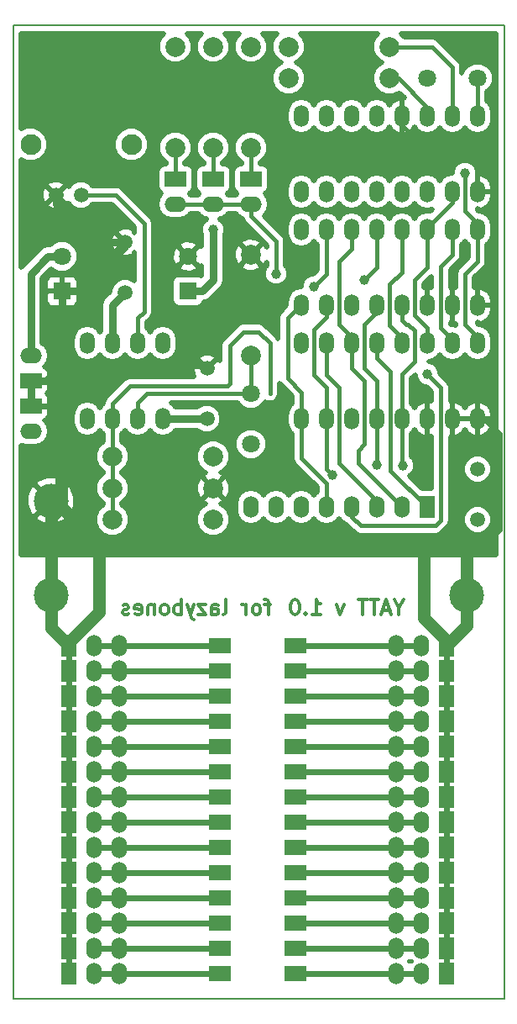
<source format=gbl>
G04 #@! TF.FileFunction,Copper,L2,Bot,Signal*
%FSLAX46Y46*%
G04 Gerber Fmt 4.6, Leading zero omitted, Abs format (unit mm)*
G04 Created by KiCad (PCBNEW 4.0.0-stable) date 19.01.2016 13:51:47*
%MOMM*%
G01*
G04 APERTURE LIST*
%ADD10C,0.100000*%
%ADD11C,0.150000*%
%ADD12C,0.300000*%
%ADD13C,1.500000*%
%ADD14C,2.100000*%
%ADD15R,1.800000X1.800000*%
%ADD16C,1.800000*%
%ADD17C,1.501140*%
%ADD18R,2.199640X1.524000*%
%ADD19O,2.199640X1.524000*%
%ADD20R,1.524000X2.199640*%
%ADD21O,1.524000X2.199640*%
%ADD22C,1.998980*%
%ADD23O,1.501140X2.199640*%
%ADD24C,3.500120*%
%ADD25C,1.000000*%
%ADD26C,0.400000*%
%ADD27C,0.800000*%
%ADD28C,1.270000*%
%ADD29C,0.600000*%
%ADD30C,0.500000*%
G04 APERTURE END LIST*
D10*
D11*
X156972000Y-162560000D02*
X107442000Y-162560000D01*
X156972000Y-64516000D02*
X156972000Y-162560000D01*
X107442000Y-64516000D02*
X156972000Y-64516000D01*
X107442000Y-162560000D02*
X107442000Y-64516000D01*
D12*
X133392714Y-122868571D02*
X132821285Y-122868571D01*
X133178428Y-123868571D02*
X133178428Y-122582857D01*
X133107000Y-122440000D01*
X132964142Y-122368571D01*
X132821285Y-122368571D01*
X132106999Y-123868571D02*
X132249857Y-123797143D01*
X132321285Y-123725714D01*
X132392714Y-123582857D01*
X132392714Y-123154286D01*
X132321285Y-123011429D01*
X132249857Y-122940000D01*
X132106999Y-122868571D01*
X131892714Y-122868571D01*
X131749857Y-122940000D01*
X131678428Y-123011429D01*
X131606999Y-123154286D01*
X131606999Y-123582857D01*
X131678428Y-123725714D01*
X131749857Y-123797143D01*
X131892714Y-123868571D01*
X132106999Y-123868571D01*
X130964142Y-123868571D02*
X130964142Y-122868571D01*
X130964142Y-123154286D02*
X130892714Y-123011429D01*
X130821285Y-122940000D01*
X130678428Y-122868571D01*
X130535571Y-122868571D01*
X128678428Y-123868571D02*
X128821286Y-123797143D01*
X128892714Y-123654286D01*
X128892714Y-122368571D01*
X127464143Y-123868571D02*
X127464143Y-123082857D01*
X127535572Y-122940000D01*
X127678429Y-122868571D01*
X127964143Y-122868571D01*
X128107000Y-122940000D01*
X127464143Y-123797143D02*
X127607000Y-123868571D01*
X127964143Y-123868571D01*
X128107000Y-123797143D01*
X128178429Y-123654286D01*
X128178429Y-123511429D01*
X128107000Y-123368571D01*
X127964143Y-123297143D01*
X127607000Y-123297143D01*
X127464143Y-123225714D01*
X126892714Y-122868571D02*
X126107000Y-122868571D01*
X126892714Y-123868571D01*
X126107000Y-123868571D01*
X125678428Y-122868571D02*
X125321285Y-123868571D01*
X124964143Y-122868571D02*
X125321285Y-123868571D01*
X125464143Y-124225714D01*
X125535571Y-124297143D01*
X125678428Y-124368571D01*
X124392714Y-123868571D02*
X124392714Y-122368571D01*
X124392714Y-122940000D02*
X124249857Y-122868571D01*
X123964143Y-122868571D01*
X123821286Y-122940000D01*
X123749857Y-123011429D01*
X123678428Y-123154286D01*
X123678428Y-123582857D01*
X123749857Y-123725714D01*
X123821286Y-123797143D01*
X123964143Y-123868571D01*
X124249857Y-123868571D01*
X124392714Y-123797143D01*
X122821285Y-123868571D02*
X122964143Y-123797143D01*
X123035571Y-123725714D01*
X123107000Y-123582857D01*
X123107000Y-123154286D01*
X123035571Y-123011429D01*
X122964143Y-122940000D01*
X122821285Y-122868571D01*
X122607000Y-122868571D01*
X122464143Y-122940000D01*
X122392714Y-123011429D01*
X122321285Y-123154286D01*
X122321285Y-123582857D01*
X122392714Y-123725714D01*
X122464143Y-123797143D01*
X122607000Y-123868571D01*
X122821285Y-123868571D01*
X121678428Y-122868571D02*
X121678428Y-123868571D01*
X121678428Y-123011429D02*
X121607000Y-122940000D01*
X121464142Y-122868571D01*
X121249857Y-122868571D01*
X121107000Y-122940000D01*
X121035571Y-123082857D01*
X121035571Y-123868571D01*
X119749857Y-123797143D02*
X119892714Y-123868571D01*
X120178428Y-123868571D01*
X120321285Y-123797143D01*
X120392714Y-123654286D01*
X120392714Y-123082857D01*
X120321285Y-122940000D01*
X120178428Y-122868571D01*
X119892714Y-122868571D01*
X119749857Y-122940000D01*
X119678428Y-123082857D01*
X119678428Y-123225714D01*
X120392714Y-123368571D01*
X119107000Y-123797143D02*
X118964143Y-123868571D01*
X118678428Y-123868571D01*
X118535571Y-123797143D01*
X118464143Y-123654286D01*
X118464143Y-123582857D01*
X118535571Y-123440000D01*
X118678428Y-123368571D01*
X118892714Y-123368571D01*
X119035571Y-123297143D01*
X119107000Y-123154286D01*
X119107000Y-123082857D01*
X119035571Y-122940000D01*
X118892714Y-122868571D01*
X118678428Y-122868571D01*
X118535571Y-122940000D01*
X146382713Y-123154286D02*
X146382713Y-123868571D01*
X146882713Y-122368571D02*
X146382713Y-123154286D01*
X145882713Y-122368571D01*
X145454142Y-123440000D02*
X144739856Y-123440000D01*
X145596999Y-123868571D02*
X145096999Y-122368571D01*
X144596999Y-123868571D01*
X144311285Y-122368571D02*
X143454142Y-122368571D01*
X143882713Y-123868571D02*
X143882713Y-122368571D01*
X143168428Y-122368571D02*
X142311285Y-122368571D01*
X142739856Y-123868571D02*
X142739856Y-122368571D01*
X140811285Y-122868571D02*
X140454142Y-123868571D01*
X140097000Y-122868571D01*
X137597000Y-123868571D02*
X138454143Y-123868571D01*
X138025571Y-123868571D02*
X138025571Y-122368571D01*
X138168428Y-122582857D01*
X138311286Y-122725714D01*
X138454143Y-122797143D01*
X136954143Y-123725714D02*
X136882715Y-123797143D01*
X136954143Y-123868571D01*
X137025572Y-123797143D01*
X136954143Y-123725714D01*
X136954143Y-123868571D01*
X135954143Y-122368571D02*
X135811286Y-122368571D01*
X135668429Y-122440000D01*
X135597000Y-122511429D01*
X135525571Y-122654286D01*
X135454143Y-122940000D01*
X135454143Y-123297143D01*
X135525571Y-123582857D01*
X135597000Y-123725714D01*
X135668429Y-123797143D01*
X135811286Y-123868571D01*
X135954143Y-123868571D01*
X136097000Y-123797143D01*
X136168429Y-123725714D01*
X136239857Y-123582857D01*
X136311286Y-123297143D01*
X136311286Y-122940000D01*
X136239857Y-122654286D01*
X136168429Y-122511429D01*
X136097000Y-122440000D01*
X135954143Y-122368571D01*
D13*
X114300000Y-81595000D03*
X111760000Y-81595000D03*
D14*
X109220000Y-76515000D03*
X119380000Y-76515000D03*
D15*
X112395000Y-91285000D03*
D16*
X112395000Y-87785000D03*
X154305000Y-69850000D03*
X149225000Y-69850000D03*
X131445000Y-101600000D03*
X131445000Y-106680000D03*
D17*
X118745000Y-86360000D03*
X118745000Y-91440000D03*
X127000000Y-99060000D03*
X127000000Y-104140000D03*
X154305000Y-114300000D03*
X154305000Y-109220000D03*
D18*
X131445000Y-80010000D03*
D19*
X131445000Y-82550000D03*
D18*
X127635000Y-80010000D03*
D19*
X127635000Y-82550000D03*
D18*
X123825000Y-80010000D03*
D19*
X123825000Y-82550000D03*
D20*
X149225000Y-113030000D03*
D21*
X146685000Y-113030000D03*
X144145000Y-113030000D03*
X141605000Y-113030000D03*
X139065000Y-113030000D03*
X136525000Y-113030000D03*
X133985000Y-113030000D03*
X131445000Y-113030000D03*
D18*
X109220000Y-102870000D03*
D19*
X109220000Y-105410000D03*
D18*
X109220000Y-100330000D03*
D19*
X109220000Y-97790000D03*
D22*
X145415000Y-66675000D03*
X135255000Y-66675000D03*
X145415000Y-69850000D03*
X135255000Y-69850000D03*
X131445000Y-97790000D03*
X131445000Y-87630000D03*
X127635000Y-107950000D03*
X117475000Y-107950000D03*
X117475000Y-111125000D03*
X127635000Y-111125000D03*
X117475000Y-114300000D03*
X127635000Y-114300000D03*
X131445000Y-66675000D03*
X131445000Y-76835000D03*
X127635000Y-66675000D03*
X127635000Y-76835000D03*
X123825000Y-66675000D03*
X123825000Y-76835000D03*
D23*
X136525000Y-81280000D03*
X139065000Y-81280000D03*
X141605000Y-81280000D03*
X144145000Y-81280000D03*
X146685000Y-81280000D03*
X149225000Y-81280000D03*
X151765000Y-81280000D03*
X154305000Y-81280000D03*
X154305000Y-73660000D03*
X151765000Y-73660000D03*
X149225000Y-73660000D03*
X146685000Y-73660000D03*
X144145000Y-73660000D03*
X141605000Y-73660000D03*
X139065000Y-73660000D03*
X136525000Y-73660000D03*
X136525000Y-92710000D03*
X139065000Y-92710000D03*
X141605000Y-92710000D03*
X144145000Y-92710000D03*
X146685000Y-92710000D03*
X149225000Y-92710000D03*
X151765000Y-92710000D03*
X154305000Y-92710000D03*
X154305000Y-85090000D03*
X151765000Y-85090000D03*
X149225000Y-85090000D03*
X146685000Y-85090000D03*
X144145000Y-85090000D03*
X141605000Y-85090000D03*
X139065000Y-85090000D03*
X136525000Y-85090000D03*
X136525000Y-104140000D03*
X139065000Y-104140000D03*
X141605000Y-104140000D03*
X144145000Y-104140000D03*
X146685000Y-104140000D03*
X149225000Y-104140000D03*
X151765000Y-104140000D03*
X154305000Y-104140000D03*
X154305000Y-96520000D03*
X151765000Y-96520000D03*
X149225000Y-96520000D03*
X146685000Y-96520000D03*
X144145000Y-96520000D03*
X141605000Y-96520000D03*
X139065000Y-96520000D03*
X136525000Y-96520000D03*
X114935000Y-104140000D03*
X117475000Y-104140000D03*
X120015000Y-104140000D03*
X122555000Y-104140000D03*
X122555000Y-96520000D03*
X120015000Y-96520000D03*
X117475000Y-96520000D03*
X114935000Y-96520000D03*
D15*
X125095000Y-91285000D03*
D16*
X125095000Y-87785000D03*
D20*
X113030000Y-127000000D03*
D21*
X115570000Y-127000000D03*
X118110000Y-127000000D03*
D20*
X113030000Y-129540000D03*
D21*
X115570000Y-129540000D03*
X118110000Y-129540000D03*
D20*
X113030000Y-132080000D03*
D21*
X115570000Y-132080000D03*
X118110000Y-132080000D03*
D20*
X113030000Y-134620000D03*
D21*
X115570000Y-134620000D03*
X118110000Y-134620000D03*
D20*
X113030000Y-137160000D03*
D21*
X115570000Y-137160000D03*
X118110000Y-137160000D03*
D20*
X113030000Y-139700000D03*
D21*
X115570000Y-139700000D03*
X118110000Y-139700000D03*
D20*
X113030000Y-142240000D03*
D21*
X115570000Y-142240000D03*
X118110000Y-142240000D03*
D20*
X113030000Y-144780000D03*
D21*
X115570000Y-144780000D03*
X118110000Y-144780000D03*
D20*
X113030000Y-147320000D03*
D21*
X115570000Y-147320000D03*
X118110000Y-147320000D03*
D20*
X113030000Y-149860000D03*
D21*
X115570000Y-149860000D03*
X118110000Y-149860000D03*
D20*
X113030000Y-152400000D03*
D21*
X115570000Y-152400000D03*
X118110000Y-152400000D03*
D20*
X113030000Y-154940000D03*
D21*
X115570000Y-154940000D03*
X118110000Y-154940000D03*
D20*
X113030000Y-157480000D03*
D21*
X115570000Y-157480000D03*
X118110000Y-157480000D03*
D20*
X113030000Y-160020000D03*
D21*
X115570000Y-160020000D03*
X118110000Y-160020000D03*
D20*
X151130000Y-160020000D03*
D21*
X148590000Y-160020000D03*
X146050000Y-160020000D03*
D20*
X151130000Y-157480000D03*
D21*
X148590000Y-157480000D03*
X146050000Y-157480000D03*
D20*
X151130000Y-154940000D03*
D21*
X148590000Y-154940000D03*
X146050000Y-154940000D03*
D20*
X151130000Y-152400000D03*
D21*
X148590000Y-152400000D03*
X146050000Y-152400000D03*
D20*
X151130000Y-149860000D03*
D21*
X148590000Y-149860000D03*
X146050000Y-149860000D03*
D20*
X151130000Y-147320000D03*
D21*
X148590000Y-147320000D03*
X146050000Y-147320000D03*
D20*
X151130000Y-144780000D03*
D21*
X148590000Y-144780000D03*
X146050000Y-144780000D03*
D20*
X151130000Y-142240000D03*
D21*
X148590000Y-142240000D03*
X146050000Y-142240000D03*
D20*
X151130000Y-139700000D03*
D21*
X148590000Y-139700000D03*
X146050000Y-139700000D03*
D20*
X151130000Y-137160000D03*
D21*
X148590000Y-137160000D03*
X146050000Y-137160000D03*
D20*
X151130000Y-134620000D03*
D21*
X148590000Y-134620000D03*
X146050000Y-134620000D03*
D20*
X151130000Y-132080000D03*
D21*
X148590000Y-132080000D03*
X146050000Y-132080000D03*
D20*
X151130000Y-129540000D03*
D21*
X148590000Y-129540000D03*
X146050000Y-129540000D03*
D20*
X151130000Y-127000000D03*
D21*
X148590000Y-127000000D03*
X146050000Y-127000000D03*
D18*
X128270000Y-127000000D03*
X128270000Y-129540000D03*
X128270000Y-132080000D03*
X128270000Y-134620000D03*
X128270000Y-137160000D03*
X128270000Y-139700000D03*
X128270000Y-142240000D03*
X128270000Y-144780000D03*
X128270000Y-147320000D03*
X128270000Y-149860000D03*
X128270000Y-152400000D03*
X128270000Y-154940000D03*
X128270000Y-157480000D03*
X128270000Y-160020000D03*
X135890000Y-160020000D03*
X135890000Y-157480000D03*
X135890000Y-154940000D03*
X135890000Y-152400000D03*
X135890000Y-149860000D03*
X135890000Y-147320000D03*
X135890000Y-144780000D03*
X135890000Y-142240000D03*
X135890000Y-139700000D03*
X135890000Y-137160000D03*
X135890000Y-134620000D03*
X135890000Y-132080000D03*
X135890000Y-129540000D03*
X135890000Y-127000000D03*
D24*
X111252000Y-121920000D03*
X153162000Y-121920000D03*
X111252000Y-112395000D03*
D25*
X127635000Y-85090000D03*
X133985000Y-89535000D03*
X142875000Y-90170000D03*
X137795000Y-90804986D03*
X149250400Y-99644200D03*
X146761200Y-108839000D03*
X139623800Y-109778800D03*
X144145000Y-108762800D03*
X153035000Y-79375000D03*
D26*
X147320000Y-158750000D02*
X147574000Y-158750000D01*
D27*
X125095000Y-91285000D02*
X126520000Y-91285000D01*
X126520000Y-91285000D02*
X127635000Y-90170000D01*
X127635000Y-90170000D02*
X127635000Y-85090000D01*
X117475000Y-96520000D02*
X117475000Y-92710000D01*
X117475000Y-92710000D02*
X118745000Y-91440000D01*
D28*
X111252000Y-112395000D02*
X111252000Y-117475000D01*
X148844000Y-124206000D02*
X148844000Y-116967000D01*
X151130000Y-126492000D02*
X148844000Y-124206000D01*
X148971000Y-116840000D02*
X153162000Y-116840000D01*
X148844000Y-116967000D02*
X148971000Y-116840000D01*
X153162000Y-121920000D02*
X153162000Y-124968000D01*
X153162000Y-124968000D02*
X151130000Y-127000000D01*
X153162000Y-121920000D02*
X153162000Y-116840000D01*
X111252000Y-121920000D02*
X111252000Y-125222000D01*
X111252000Y-125222000D02*
X113030000Y-127000000D01*
X111252000Y-121920000D02*
X111252000Y-117475000D01*
X111252000Y-117475000D02*
X111252000Y-114046000D01*
X111252000Y-114046000D02*
X112268000Y-113030000D01*
X151130000Y-127000000D02*
X151130000Y-126492000D01*
D27*
X153162000Y-116840000D02*
X154940000Y-116840000D01*
D29*
X156464000Y-105664000D02*
X154940000Y-104140000D01*
X156464000Y-115316000D02*
X156464000Y-105664000D01*
X154940000Y-116840000D02*
X156464000Y-115316000D01*
D28*
X112268000Y-109474000D02*
X112268000Y-113030000D01*
D29*
X109220000Y-102870000D02*
X110998000Y-102870000D01*
X112268000Y-104140000D02*
X110998000Y-102870000D01*
X112268000Y-109220000D02*
X112268000Y-104140000D01*
X112268000Y-109474000D02*
X112268000Y-109220000D01*
D28*
X116078000Y-123571000D02*
X113030000Y-126619000D01*
X116078000Y-116840000D02*
X116078000Y-123571000D01*
X112268000Y-113030000D02*
X116078000Y-116840000D01*
X113030000Y-126619000D02*
X113030000Y-127000000D01*
D27*
X113030000Y-126365000D02*
X113030000Y-127000000D01*
X111760000Y-81595000D02*
X111760000Y-82550000D01*
X115570000Y-86360000D02*
X118745000Y-86360000D01*
X111760000Y-82550000D02*
X115570000Y-86360000D01*
D29*
X151130000Y-160020000D02*
X151130000Y-157480000D01*
X151130000Y-157480000D02*
X151130000Y-154940000D01*
X151130000Y-154940000D02*
X151130000Y-152400000D01*
X151130000Y-152400000D02*
X151130000Y-149860000D01*
X151130000Y-149860000D02*
X151130000Y-147320000D01*
X151130000Y-147320000D02*
X151130000Y-144780000D01*
X151130000Y-144780000D02*
X151130000Y-142240000D01*
X151130000Y-142240000D02*
X151130000Y-139700000D01*
X151130000Y-139700000D02*
X151130000Y-137160000D01*
X151130000Y-137160000D02*
X151130000Y-134620000D01*
X151130000Y-134620000D02*
X151130000Y-132080000D01*
X151130000Y-132080000D02*
X151130000Y-129540000D01*
X151130000Y-129540000D02*
X151130000Y-127000000D01*
X154940000Y-104140000D02*
X154305000Y-104140000D01*
X113030000Y-160020000D02*
X113030000Y-157480000D01*
X113030000Y-157480000D02*
X113030000Y-154940000D01*
X113030000Y-154940000D02*
X113030000Y-152400000D01*
X113030000Y-152400000D02*
X113030000Y-149860000D01*
X113030000Y-149860000D02*
X113030000Y-147320000D01*
X113030000Y-147320000D02*
X113030000Y-144780000D01*
X113030000Y-144780000D02*
X113030000Y-142240000D01*
X113030000Y-142240000D02*
X113030000Y-139700000D01*
X113030000Y-139700000D02*
X113030000Y-137160000D01*
X113030000Y-137160000D02*
X113030000Y-134620000D01*
X113030000Y-134620000D02*
X113030000Y-132080000D01*
X113030000Y-132080000D02*
X113030000Y-129540000D01*
X113030000Y-129540000D02*
X113030000Y-127000000D01*
D27*
X112395000Y-98679000D02*
X126619000Y-98679000D01*
X126619000Y-98679000D02*
X127000000Y-99060000D01*
X112395000Y-91285000D02*
X114201000Y-91285000D01*
X114201000Y-91285000D02*
X118745000Y-86741000D01*
X118745000Y-86741000D02*
X118745000Y-86360000D01*
X109220000Y-100330000D02*
X110744000Y-100330000D01*
X112395000Y-98679000D02*
X112395000Y-91285000D01*
X110744000Y-100330000D02*
X112395000Y-98679000D01*
X109220000Y-102870000D02*
X109220000Y-100330000D01*
X154305000Y-81280000D02*
X154686000Y-81280000D01*
D26*
X146685000Y-73660000D02*
X146685000Y-74549000D01*
X146685000Y-74549000D02*
X149606000Y-77470000D01*
X149606000Y-77470000D02*
X153162000Y-77470000D01*
X153162000Y-77470000D02*
X154305000Y-78613000D01*
X154305000Y-78613000D02*
X154305000Y-81280000D01*
D27*
X127000000Y-104140000D02*
X122555000Y-104140000D01*
X109220000Y-97790000D02*
X109220000Y-89535000D01*
X109220000Y-89535000D02*
X110970000Y-87785000D01*
X110970000Y-87785000D02*
X112395000Y-87785000D01*
D26*
X154305000Y-69850000D02*
X154305000Y-73660000D01*
X131445000Y-101600000D02*
X131445000Y-97790000D01*
X120015000Y-104140000D02*
X120015000Y-102489000D01*
X120904000Y-101600000D02*
X131445000Y-101600000D01*
X120015000Y-102489000D02*
X120904000Y-101600000D01*
X120015000Y-96520000D02*
X120015000Y-93980000D01*
X117790000Y-81595000D02*
X114300000Y-81595000D01*
X120650000Y-84455000D02*
X117790000Y-81595000D01*
X120650000Y-93345000D02*
X120650000Y-84455000D01*
X120015000Y-93980000D02*
X120650000Y-93345000D01*
X131445000Y-76835000D02*
X131445000Y-80010000D01*
X133985000Y-88827894D02*
X133985000Y-89535000D01*
X133985000Y-86252000D02*
X133985000Y-88827894D01*
X131445000Y-83712000D02*
X133985000Y-86252000D01*
X131445000Y-82550000D02*
X131445000Y-83712000D01*
X123825000Y-82550000D02*
X127635000Y-82550000D01*
X127635000Y-82550000D02*
X131445000Y-82550000D01*
X127635000Y-76835000D02*
X127635000Y-80010000D01*
X123825000Y-76835000D02*
X123825000Y-80010000D01*
X145534420Y-109339420D02*
X149225000Y-113030000D01*
X144145000Y-96520000D02*
X144145000Y-98019820D01*
X144145000Y-98019820D02*
X145534420Y-99409240D01*
X145534420Y-99409240D02*
X145534420Y-109339420D01*
X144145000Y-85090000D02*
X144145000Y-88900000D01*
X144145000Y-88900000D02*
X142875000Y-90170000D01*
X141605000Y-85090000D02*
X141605000Y-86995000D01*
X140335000Y-94615000D02*
X141605000Y-95885000D01*
X140335000Y-88265000D02*
X140335000Y-94615000D01*
X141605000Y-86995000D02*
X140335000Y-88265000D01*
X141605000Y-95885000D02*
X141605000Y-96520000D01*
X146685000Y-113030000D02*
X142240000Y-108585000D01*
X141605000Y-99060000D02*
X141605000Y-96520000D01*
X142875000Y-100330000D02*
X141605000Y-99060000D01*
X142875000Y-106680000D02*
X142875000Y-100330000D01*
X142240000Y-107315000D02*
X142875000Y-106680000D01*
X142240000Y-108585000D02*
X142240000Y-107315000D01*
X139065000Y-85090000D02*
X139065000Y-89534986D01*
X139065000Y-89534986D02*
X138294999Y-90304987D01*
X138294999Y-90304987D02*
X137795000Y-90804986D01*
X144145000Y-113030000D02*
X144145000Y-112395000D01*
X144145000Y-112395000D02*
X140335000Y-108585000D01*
X140335000Y-108585000D02*
X140335000Y-100965000D01*
X140335000Y-100965000D02*
X139065000Y-99695000D01*
X139065000Y-99695000D02*
X139065000Y-96520000D01*
X146685000Y-96520000D02*
X146685000Y-96012000D01*
X146685000Y-96012000D02*
X145440400Y-94767400D01*
X146685000Y-89357200D02*
X146685000Y-85090000D01*
X145440400Y-90601800D02*
X146685000Y-89357200D01*
X145440400Y-94767400D02*
X145440400Y-90601800D01*
X141605000Y-113030000D02*
X141605000Y-114020600D01*
X141605000Y-114020600D02*
X142494000Y-114909600D01*
X142494000Y-114909600D02*
X150088600Y-114909600D01*
X150088600Y-114909600D02*
X150596600Y-114401600D01*
X150596600Y-114401600D02*
X150596600Y-100990400D01*
X150596600Y-100990400D02*
X149250400Y-99644200D01*
X136525000Y-104140000D02*
X136525000Y-108077000D01*
X139065000Y-110617000D02*
X139065000Y-113030000D01*
X136525000Y-108077000D02*
X139065000Y-110617000D01*
X136525000Y-92710000D02*
X136398000Y-92710000D01*
X136398000Y-92710000D02*
X135128000Y-93980000D01*
X135128000Y-93980000D02*
X135128000Y-100076000D01*
X135128000Y-100076000D02*
X136525000Y-101473000D01*
X136525000Y-101473000D02*
X136525000Y-104140000D01*
X147929600Y-98399600D02*
X147929600Y-95250000D01*
X147090180Y-94615000D02*
X147294600Y-94615000D01*
X147294600Y-94615000D02*
X147929600Y-95250000D01*
X146685000Y-92710000D02*
X146685000Y-94209820D01*
X146685000Y-94209820D02*
X147090180Y-94615000D01*
X146685000Y-104140000D02*
X146685000Y-99644200D01*
X146685000Y-99644200D02*
X147929600Y-98399600D01*
X146685000Y-108762800D02*
X146685000Y-104140000D01*
X146761200Y-108839000D02*
X146685000Y-108762800D01*
X139065000Y-107612180D02*
X139065000Y-109220000D01*
X139065000Y-104140000D02*
X139065000Y-107612180D01*
X139065000Y-109220000D02*
X139623800Y-109778800D01*
X137795000Y-95173800D02*
X137795000Y-95123000D01*
X139065000Y-100965000D02*
X137795000Y-99695000D01*
X137795000Y-99695000D02*
X137795000Y-95173800D01*
X139065000Y-104140000D02*
X139065000Y-100965000D01*
X139065000Y-93853000D02*
X139065000Y-92710000D01*
X137795000Y-95123000D02*
X139065000Y-93853000D01*
X144145000Y-104140000D02*
X144145000Y-100330000D01*
X142875000Y-94615000D02*
X144145000Y-93345000D01*
X142875000Y-99060000D02*
X142875000Y-94615000D01*
X144145000Y-100330000D02*
X142875000Y-99060000D01*
X144145000Y-93345000D02*
X144145000Y-92710000D01*
X144145000Y-108762800D02*
X144145000Y-104140000D01*
X145415000Y-66675000D02*
X149733000Y-66675000D01*
X151765000Y-68707000D02*
X151765000Y-73660000D01*
X149733000Y-66675000D02*
X151765000Y-68707000D01*
X145415000Y-69850000D02*
X146304000Y-69850000D01*
X146304000Y-69850000D02*
X149225000Y-72771000D01*
X149225000Y-72771000D02*
X149225000Y-73660000D01*
X130683000Y-95377000D02*
X132207000Y-95377000D01*
X133350000Y-96520000D02*
X133350000Y-101600000D01*
X132207000Y-95377000D02*
X133350000Y-96520000D01*
X130683000Y-95377000D02*
X129286000Y-96774000D01*
X129286000Y-96774000D02*
X129286000Y-100584000D01*
X129286000Y-100584000D02*
X129032000Y-100838000D01*
X129032000Y-100838000D02*
X119277180Y-100838000D01*
X119277180Y-100838000D02*
X117475000Y-102640180D01*
X117475000Y-102640180D02*
X117475000Y-104140000D01*
X117475000Y-111125000D02*
X117475000Y-114300000D01*
X117475000Y-107950000D02*
X117475000Y-111125000D01*
X117475000Y-104140000D02*
X117475000Y-107950000D01*
X153035000Y-79375000D02*
X153035000Y-83185000D01*
X153035000Y-83185000D02*
X154305000Y-84455000D01*
X154305000Y-84455000D02*
X154305000Y-85090000D01*
X154305000Y-85090000D02*
X154305000Y-88265000D01*
X154305000Y-88265000D02*
X153035000Y-89535000D01*
X153035000Y-89535000D02*
X153035000Y-94615000D01*
X153035000Y-94615000D02*
X154305000Y-95885000D01*
X154305000Y-95885000D02*
X154305000Y-96520000D01*
X150614420Y-88780580D02*
X151765000Y-87630000D01*
X151765000Y-87630000D02*
X151765000Y-85090000D01*
X151765000Y-96520000D02*
X151765000Y-96170750D01*
X151765000Y-96170750D02*
X150614420Y-95020170D01*
X150614420Y-95020170D02*
X150614420Y-88780580D01*
X149225000Y-85090000D02*
X149225000Y-88900000D01*
X149225000Y-88900000D02*
X147955000Y-90170000D01*
X147955000Y-90170000D02*
X147955000Y-93750180D01*
X147955000Y-93750180D02*
X149225000Y-95020180D01*
X149225000Y-95020180D02*
X149225000Y-96520000D01*
X149225000Y-85090000D02*
X149225000Y-84912200D01*
X149225000Y-84912200D02*
X151765000Y-82372200D01*
X151765000Y-82372200D02*
X151765000Y-81280000D01*
X149225000Y-96520000D02*
X149225000Y-95453200D01*
D29*
X128270000Y-127000000D02*
X118110000Y-127000000D01*
X118110000Y-127000000D02*
X115570000Y-127000000D01*
X115570000Y-129540000D02*
X118110000Y-129540000D01*
X118110000Y-129540000D02*
X128270000Y-129540000D01*
X128270000Y-132080000D02*
X118110000Y-132080000D01*
X118110000Y-132080000D02*
X115570000Y-132080000D01*
X115570000Y-134620000D02*
X118110000Y-134620000D01*
X118110000Y-134620000D02*
X128270000Y-134620000D01*
X128270000Y-137160000D02*
X118110000Y-137160000D01*
X118110000Y-137160000D02*
X115570000Y-137160000D01*
X115570000Y-139700000D02*
X118110000Y-139700000D01*
X118110000Y-139700000D02*
X128270000Y-139700000D01*
X128270000Y-142240000D02*
X118110000Y-142240000D01*
X118110000Y-142240000D02*
X115570000Y-142240000D01*
X128270000Y-144780000D02*
X118110000Y-144780000D01*
X118110000Y-144780000D02*
X115570000Y-144780000D01*
X128270000Y-147320000D02*
X118110000Y-147320000D01*
X118110000Y-147320000D02*
X115570000Y-147320000D01*
X128270000Y-149860000D02*
X118110000Y-149860000D01*
X118110000Y-149860000D02*
X115570000Y-149860000D01*
X115570000Y-152400000D02*
X118110000Y-152400000D01*
X118110000Y-152400000D02*
X128270000Y-152400000D01*
X128270000Y-154940000D02*
X118110000Y-154940000D01*
X118110000Y-154940000D02*
X115570000Y-154940000D01*
X115570000Y-157480000D02*
X118110000Y-157480000D01*
X118110000Y-157480000D02*
X128270000Y-157480000D01*
X128270000Y-160020000D02*
X118110000Y-160020000D01*
X118110000Y-160020000D02*
X115570000Y-160020000D01*
X135890000Y-160020000D02*
X146050000Y-160020000D01*
X146050000Y-160020000D02*
X148590000Y-160020000D01*
X135890000Y-157480000D02*
X146050000Y-157480000D01*
X146050000Y-157480000D02*
X148590000Y-157480000D01*
X135890000Y-154940000D02*
X146050000Y-154940000D01*
X146050000Y-154940000D02*
X148590000Y-154940000D01*
X135890000Y-152400000D02*
X146050000Y-152400000D01*
X146050000Y-152400000D02*
X148590000Y-152400000D01*
X135890000Y-149860000D02*
X146050000Y-149860000D01*
X146050000Y-149860000D02*
X148590000Y-149860000D01*
X135890000Y-147320000D02*
X146050000Y-147320000D01*
X146050000Y-147320000D02*
X148590000Y-147320000D01*
X135890000Y-144780000D02*
X146050000Y-144780000D01*
X146050000Y-144780000D02*
X148590000Y-144780000D01*
X135890000Y-142240000D02*
X146050000Y-142240000D01*
X146050000Y-142240000D02*
X148590000Y-142240000D01*
X135890000Y-139700000D02*
X146050000Y-139700000D01*
X146050000Y-139700000D02*
X148590000Y-139700000D01*
X135890000Y-137160000D02*
X146050000Y-137160000D01*
X146050000Y-137160000D02*
X148590000Y-137160000D01*
X135890000Y-134620000D02*
X146050000Y-134620000D01*
X146050000Y-134620000D02*
X148590000Y-134620000D01*
X135890000Y-132080000D02*
X146050000Y-132080000D01*
X146050000Y-132080000D02*
X148590000Y-132080000D01*
X135890000Y-129540000D02*
X146050000Y-129540000D01*
X146050000Y-129540000D02*
X148590000Y-129540000D01*
X135890000Y-127000000D02*
X146050000Y-127000000D01*
X146050000Y-127000000D02*
X148590000Y-127000000D01*
D30*
G36*
X122335941Y-65678162D02*
X122067816Y-66323880D01*
X122067206Y-67023053D01*
X122334204Y-67669237D01*
X122828162Y-68164059D01*
X123473880Y-68432184D01*
X124173053Y-68432794D01*
X124819237Y-68165796D01*
X125314059Y-67671838D01*
X125582184Y-67026120D01*
X125582794Y-66326947D01*
X125315796Y-65680763D01*
X124984612Y-65349000D01*
X126475679Y-65349000D01*
X126145941Y-65678162D01*
X125877816Y-66323880D01*
X125877206Y-67023053D01*
X126144204Y-67669237D01*
X126638162Y-68164059D01*
X127283880Y-68432184D01*
X127983053Y-68432794D01*
X128629237Y-68165796D01*
X129124059Y-67671838D01*
X129392184Y-67026120D01*
X129392794Y-66326947D01*
X129125796Y-65680763D01*
X128794612Y-65349000D01*
X130285679Y-65349000D01*
X129955941Y-65678162D01*
X129687816Y-66323880D01*
X129687206Y-67023053D01*
X129954204Y-67669237D01*
X130448162Y-68164059D01*
X131093880Y-68432184D01*
X131793053Y-68432794D01*
X132439237Y-68165796D01*
X132934059Y-67671838D01*
X133202184Y-67026120D01*
X133202794Y-66326947D01*
X132935796Y-65680763D01*
X132604612Y-65349000D01*
X134095679Y-65349000D01*
X133765941Y-65678162D01*
X133497816Y-66323880D01*
X133497206Y-67023053D01*
X133764204Y-67669237D01*
X134258162Y-68164059D01*
X134495020Y-68262411D01*
X134260763Y-68359204D01*
X133765941Y-68853162D01*
X133497816Y-69498880D01*
X133497206Y-70198053D01*
X133764204Y-70844237D01*
X134258162Y-71339059D01*
X134903880Y-71607184D01*
X135603053Y-71607794D01*
X136249237Y-71340796D01*
X136744059Y-70846838D01*
X137012184Y-70201120D01*
X137012794Y-69501947D01*
X136745796Y-68855763D01*
X136251838Y-68360941D01*
X136014980Y-68262589D01*
X136249237Y-68165796D01*
X136744059Y-67671838D01*
X137012184Y-67026120D01*
X137012794Y-66326947D01*
X136745796Y-65680763D01*
X136414612Y-65349000D01*
X144255679Y-65349000D01*
X143925941Y-65678162D01*
X143657816Y-66323880D01*
X143657206Y-67023053D01*
X143924204Y-67669237D01*
X144418162Y-68164059D01*
X144655020Y-68262411D01*
X144420763Y-68359204D01*
X143925941Y-68853162D01*
X143657816Y-69498880D01*
X143657206Y-70198053D01*
X143924204Y-70844237D01*
X144418162Y-71339059D01*
X145063880Y-71607184D01*
X145763053Y-71607794D01*
X146409237Y-71340796D01*
X146424622Y-71325438D01*
X146922402Y-71823218D01*
X146689000Y-71991686D01*
X146689000Y-73656000D01*
X146709000Y-73656000D01*
X146709000Y-73664000D01*
X146689000Y-73664000D01*
X146689000Y-75328314D01*
X146924942Y-75498616D01*
X147258610Y-75404517D01*
X147748892Y-75078798D01*
X147942925Y-74790066D01*
X148158280Y-75112367D01*
X148647695Y-75439384D01*
X149225000Y-75554217D01*
X149802305Y-75439384D01*
X150291720Y-75112367D01*
X150495000Y-74808137D01*
X150698280Y-75112367D01*
X151187695Y-75439384D01*
X151765000Y-75554217D01*
X152342305Y-75439384D01*
X152831720Y-75112367D01*
X153035000Y-74808137D01*
X153238280Y-75112367D01*
X153727695Y-75439384D01*
X154305000Y-75554217D01*
X154882305Y-75439384D01*
X155371720Y-75112367D01*
X155698737Y-74622952D01*
X155813570Y-74045647D01*
X155813570Y-73274353D01*
X155698737Y-72697048D01*
X155371720Y-72207633D01*
X155263000Y-72134989D01*
X155263000Y-71236393D01*
X155709764Y-70790408D01*
X155962711Y-70181243D01*
X155963287Y-69521650D01*
X155711403Y-68912045D01*
X155245408Y-68445236D01*
X154636243Y-68192289D01*
X153976650Y-68191713D01*
X153367045Y-68443597D01*
X152900236Y-68909592D01*
X152723000Y-69336424D01*
X152723000Y-68707000D01*
X152650077Y-68340389D01*
X152442408Y-68029592D01*
X150410408Y-65997592D01*
X150099611Y-65789923D01*
X149733000Y-65717000D01*
X146920769Y-65717000D01*
X146905796Y-65680763D01*
X146574612Y-65349000D01*
X156139000Y-65349000D01*
X156139000Y-117860000D01*
X108275000Y-117860000D01*
X108275000Y-114072040D01*
X109580617Y-114072040D01*
X109752156Y-114466164D01*
X110658925Y-114882471D01*
X111655984Y-114920083D01*
X112591540Y-114573275D01*
X112751844Y-114466164D01*
X112923383Y-114072040D01*
X111252000Y-112400657D01*
X109580617Y-114072040D01*
X108275000Y-114072040D01*
X108275000Y-112798984D01*
X108726917Y-112798984D01*
X109073725Y-113734540D01*
X109180836Y-113894844D01*
X109574960Y-114066383D01*
X111246343Y-112395000D01*
X111257657Y-112395000D01*
X112929040Y-114066383D01*
X113323164Y-113894844D01*
X113739471Y-112988075D01*
X113777083Y-111991016D01*
X113430275Y-111055460D01*
X113323164Y-110895156D01*
X112929040Y-110723617D01*
X111257657Y-112395000D01*
X111246343Y-112395000D01*
X109574960Y-110723617D01*
X109180836Y-110895156D01*
X108764529Y-111801925D01*
X108726917Y-112798984D01*
X108275000Y-112798984D01*
X108275000Y-110717960D01*
X109580617Y-110717960D01*
X111252000Y-112389343D01*
X112923383Y-110717960D01*
X112751844Y-110323836D01*
X111845075Y-109907529D01*
X110848016Y-109869917D01*
X109912460Y-110216725D01*
X109752156Y-110323836D01*
X109580617Y-110717960D01*
X108275000Y-110717960D01*
X108275000Y-106816464D01*
X108845783Y-106930000D01*
X109594217Y-106930000D01*
X110175896Y-106814297D01*
X110669019Y-106484802D01*
X110998514Y-105991679D01*
X111114217Y-105410000D01*
X110998514Y-104828321D01*
X110669019Y-104335198D01*
X110643716Y-104318291D01*
X110749192Y-104274602D01*
X110962421Y-104061373D01*
X111077820Y-103782776D01*
X111077820Y-103754353D01*
X113426430Y-103754353D01*
X113426430Y-104525647D01*
X113541263Y-105102952D01*
X113868280Y-105592367D01*
X114357695Y-105919384D01*
X114935000Y-106034217D01*
X115512305Y-105919384D01*
X116001720Y-105592367D01*
X116205000Y-105288137D01*
X116408280Y-105592367D01*
X116517000Y-105665011D01*
X116517000Y-106444231D01*
X116480763Y-106459204D01*
X115985941Y-106953162D01*
X115717816Y-107598880D01*
X115717206Y-108298053D01*
X115984204Y-108944237D01*
X116478162Y-109439059D01*
X116517000Y-109455186D01*
X116517000Y-109619231D01*
X116480763Y-109634204D01*
X115985941Y-110128162D01*
X115717816Y-110773880D01*
X115717206Y-111473053D01*
X115984204Y-112119237D01*
X116478162Y-112614059D01*
X116517000Y-112630186D01*
X116517000Y-112794231D01*
X116480763Y-112809204D01*
X115985941Y-113303162D01*
X115717816Y-113948880D01*
X115717206Y-114648053D01*
X115984204Y-115294237D01*
X116478162Y-115789059D01*
X117123880Y-116057184D01*
X117823053Y-116057794D01*
X118469237Y-115790796D01*
X118964059Y-115296838D01*
X119232184Y-114651120D01*
X119232186Y-114648053D01*
X125877206Y-114648053D01*
X126144204Y-115294237D01*
X126638162Y-115789059D01*
X127283880Y-116057184D01*
X127983053Y-116057794D01*
X128629237Y-115790796D01*
X129124059Y-115296838D01*
X129392184Y-114651120D01*
X129392794Y-113951947D01*
X129125796Y-113305763D01*
X128631838Y-112810941D01*
X128401252Y-112715194D01*
X128574684Y-112650771D01*
X128685027Y-112577042D01*
X128765251Y-112260908D01*
X127635000Y-111130657D01*
X126504749Y-112260908D01*
X126584973Y-112577042D01*
X126877819Y-112711254D01*
X126640763Y-112809204D01*
X126145941Y-113303162D01*
X125877816Y-113948880D01*
X125877206Y-114648053D01*
X119232186Y-114648053D01*
X119232794Y-113951947D01*
X118965796Y-113305763D01*
X118471838Y-112810941D01*
X118433000Y-112794814D01*
X118433000Y-112630769D01*
X118469237Y-112615796D01*
X118964059Y-112121838D01*
X119232184Y-111476120D01*
X119232242Y-111409268D01*
X125865770Y-111409268D01*
X126109229Y-112064684D01*
X126182958Y-112175027D01*
X126499092Y-112255251D01*
X127629343Y-111125000D01*
X127640657Y-111125000D01*
X128770908Y-112255251D01*
X129087042Y-112175027D01*
X129378340Y-111539426D01*
X129404230Y-110840732D01*
X129160771Y-110185316D01*
X129087042Y-110074973D01*
X128770908Y-109994749D01*
X127640657Y-111125000D01*
X127629343Y-111125000D01*
X126499092Y-109994749D01*
X126182958Y-110074973D01*
X125891660Y-110710574D01*
X125865770Y-111409268D01*
X119232242Y-111409268D01*
X119232794Y-110776947D01*
X118965796Y-110130763D01*
X118471838Y-109635941D01*
X118433000Y-109619814D01*
X118433000Y-109455769D01*
X118469237Y-109440796D01*
X118964059Y-108946838D01*
X119232184Y-108301120D01*
X119232186Y-108298053D01*
X125877206Y-108298053D01*
X126144204Y-108944237D01*
X126638162Y-109439059D01*
X126868748Y-109534806D01*
X126695316Y-109599229D01*
X126584973Y-109672958D01*
X126504749Y-109989092D01*
X127635000Y-111119343D01*
X128765251Y-109989092D01*
X128685027Y-109672958D01*
X128392181Y-109538746D01*
X128629237Y-109440796D01*
X129124059Y-108946838D01*
X129392184Y-108301120D01*
X129392794Y-107601947D01*
X129147525Y-107008350D01*
X129786713Y-107008350D01*
X130038597Y-107617955D01*
X130504592Y-108084764D01*
X131113757Y-108337711D01*
X131773350Y-108338287D01*
X132382955Y-108086403D01*
X132849764Y-107620408D01*
X133102711Y-107011243D01*
X133103287Y-106351650D01*
X132851403Y-105742045D01*
X132385408Y-105275236D01*
X131776243Y-105022289D01*
X131116650Y-105021713D01*
X130507045Y-105273597D01*
X130040236Y-105739592D01*
X129787289Y-106348757D01*
X129786713Y-107008350D01*
X129147525Y-107008350D01*
X129125796Y-106955763D01*
X128631838Y-106460941D01*
X127986120Y-106192816D01*
X127286947Y-106192206D01*
X126640763Y-106459204D01*
X126145941Y-106953162D01*
X125877816Y-107598880D01*
X125877206Y-108298053D01*
X119232186Y-108298053D01*
X119232794Y-107601947D01*
X118965796Y-106955763D01*
X118471838Y-106460941D01*
X118433000Y-106444814D01*
X118433000Y-105665011D01*
X118541720Y-105592367D01*
X118745000Y-105288137D01*
X118948280Y-105592367D01*
X119437695Y-105919384D01*
X120015000Y-106034217D01*
X120592305Y-105919384D01*
X121081720Y-105592367D01*
X121285000Y-105288137D01*
X121488280Y-105592367D01*
X121977695Y-105919384D01*
X122555000Y-106034217D01*
X123132305Y-105919384D01*
X123621720Y-105592367D01*
X123818410Y-105298000D01*
X126024400Y-105298000D01*
X126144348Y-105418158D01*
X126698610Y-105648308D01*
X127298757Y-105648832D01*
X127853420Y-105419649D01*
X128278158Y-104995652D01*
X128508308Y-104441390D01*
X128508832Y-103841243D01*
X128279649Y-103286580D01*
X127855652Y-102861842D01*
X127301390Y-102631692D01*
X126701243Y-102631168D01*
X126146580Y-102860351D01*
X126024718Y-102982000D01*
X123818410Y-102982000D01*
X123621720Y-102687633D01*
X123427711Y-102558000D01*
X130058607Y-102558000D01*
X130504592Y-103004764D01*
X131113757Y-103257711D01*
X131773350Y-103258287D01*
X132382955Y-103006403D01*
X132849764Y-102540408D01*
X132896772Y-102427201D01*
X132983389Y-102485077D01*
X133350000Y-102558000D01*
X133716611Y-102485077D01*
X134027408Y-102277408D01*
X134235077Y-101966611D01*
X134308000Y-101600000D01*
X134308000Y-100540005D01*
X134450592Y-100753408D01*
X135567000Y-101869817D01*
X135567000Y-102614989D01*
X135458280Y-102687633D01*
X135131263Y-103177048D01*
X135016430Y-103754353D01*
X135016430Y-104525647D01*
X135131263Y-105102952D01*
X135458280Y-105592367D01*
X135567000Y-105665011D01*
X135567000Y-108077000D01*
X135639923Y-108443611D01*
X135847592Y-108754408D01*
X138107000Y-111013817D01*
X138107000Y-111502936D01*
X137990198Y-111580981D01*
X137795000Y-111873115D01*
X137599802Y-111580981D01*
X137106679Y-111251486D01*
X136525000Y-111135783D01*
X135943321Y-111251486D01*
X135450198Y-111580981D01*
X135255000Y-111873115D01*
X135059802Y-111580981D01*
X134566679Y-111251486D01*
X133985000Y-111135783D01*
X133403321Y-111251486D01*
X132910198Y-111580981D01*
X132715000Y-111873115D01*
X132519802Y-111580981D01*
X132026679Y-111251486D01*
X131445000Y-111135783D01*
X130863321Y-111251486D01*
X130370198Y-111580981D01*
X130040703Y-112074104D01*
X129925000Y-112655783D01*
X129925000Y-113404217D01*
X130040703Y-113985896D01*
X130370198Y-114479019D01*
X130863321Y-114808514D01*
X131445000Y-114924217D01*
X132026679Y-114808514D01*
X132519802Y-114479019D01*
X132715000Y-114186885D01*
X132910198Y-114479019D01*
X133403321Y-114808514D01*
X133985000Y-114924217D01*
X134566679Y-114808514D01*
X135059802Y-114479019D01*
X135255000Y-114186885D01*
X135450198Y-114479019D01*
X135943321Y-114808514D01*
X136525000Y-114924217D01*
X137106679Y-114808514D01*
X137599802Y-114479019D01*
X137795000Y-114186885D01*
X137990198Y-114479019D01*
X138483321Y-114808514D01*
X139065000Y-114924217D01*
X139646679Y-114808514D01*
X140139802Y-114479019D01*
X140335000Y-114186885D01*
X140530198Y-114479019D01*
X141023321Y-114808514D01*
X141041767Y-114812183D01*
X141816592Y-115587008D01*
X142127389Y-115794677D01*
X142494000Y-115867600D01*
X150088600Y-115867600D01*
X150455211Y-115794677D01*
X150766008Y-115587008D01*
X151274008Y-115079009D01*
X151481677Y-114768211D01*
X151498466Y-114683805D01*
X151515383Y-114598757D01*
X152796168Y-114598757D01*
X153025351Y-115153420D01*
X153449348Y-115578158D01*
X154003610Y-115808308D01*
X154603757Y-115808832D01*
X155158420Y-115579649D01*
X155583158Y-115155652D01*
X155813308Y-114601390D01*
X155813832Y-114001243D01*
X155584649Y-113446580D01*
X155160652Y-113021842D01*
X154606390Y-112791692D01*
X154006243Y-112791168D01*
X153451580Y-113020351D01*
X153026842Y-113444348D01*
X152796692Y-113998610D01*
X152796168Y-114598757D01*
X151515383Y-114598757D01*
X151554600Y-114401600D01*
X151554600Y-109518757D01*
X152796168Y-109518757D01*
X153025351Y-110073420D01*
X153449348Y-110498158D01*
X154003610Y-110728308D01*
X154603757Y-110728832D01*
X155158420Y-110499649D01*
X155583158Y-110075652D01*
X155813308Y-109521390D01*
X155813832Y-108921243D01*
X155584649Y-108366580D01*
X155160652Y-107941842D01*
X154606390Y-107711692D01*
X154006243Y-107711168D01*
X153451580Y-107940351D01*
X153026842Y-108364348D01*
X152796692Y-108918610D01*
X152796168Y-109518757D01*
X151554600Y-109518757D01*
X151554600Y-105957293D01*
X151761000Y-105808314D01*
X151761000Y-104144000D01*
X151769000Y-104144000D01*
X151769000Y-105808314D01*
X152004942Y-105978616D01*
X152338610Y-105884517D01*
X152828892Y-105558798D01*
X153035000Y-105252099D01*
X153241108Y-105558798D01*
X153731390Y-105884517D01*
X154065058Y-105978616D01*
X154301000Y-105808314D01*
X154301000Y-104144000D01*
X154309000Y-104144000D01*
X154309000Y-105808314D01*
X154544942Y-105978616D01*
X154878610Y-105884517D01*
X155368892Y-105558798D01*
X155697206Y-105070250D01*
X155813570Y-104493250D01*
X155813570Y-104144000D01*
X154309000Y-104144000D01*
X154301000Y-104144000D01*
X151769000Y-104144000D01*
X151761000Y-104144000D01*
X151741000Y-104144000D01*
X151741000Y-104136000D01*
X151761000Y-104136000D01*
X151761000Y-102471686D01*
X151769000Y-102471686D01*
X151769000Y-104136000D01*
X154301000Y-104136000D01*
X154301000Y-102471686D01*
X154309000Y-102471686D01*
X154309000Y-104136000D01*
X155813570Y-104136000D01*
X155813570Y-103786750D01*
X155697206Y-103209750D01*
X155368892Y-102721202D01*
X154878610Y-102395483D01*
X154544942Y-102301384D01*
X154309000Y-102471686D01*
X154301000Y-102471686D01*
X154065058Y-102301384D01*
X153731390Y-102395483D01*
X153241108Y-102721202D01*
X153035000Y-103027901D01*
X152828892Y-102721202D01*
X152338610Y-102395483D01*
X152004942Y-102301384D01*
X151769000Y-102471686D01*
X151761000Y-102471686D01*
X151554600Y-102322707D01*
X151554600Y-100990400D01*
X151481677Y-100623789D01*
X151455091Y-100584000D01*
X151274008Y-100312991D01*
X150508485Y-99547468D01*
X150508618Y-99395066D01*
X150317503Y-98932531D01*
X149963930Y-98578341D01*
X149501730Y-98386419D01*
X149365349Y-98386300D01*
X149802305Y-98299384D01*
X150291720Y-97972367D01*
X150495000Y-97668137D01*
X150698280Y-97972367D01*
X151187695Y-98299384D01*
X151765000Y-98414217D01*
X152342305Y-98299384D01*
X152831720Y-97972367D01*
X153035000Y-97668137D01*
X153238280Y-97972367D01*
X153727695Y-98299384D01*
X154305000Y-98414217D01*
X154882305Y-98299384D01*
X155371720Y-97972367D01*
X155698737Y-97482952D01*
X155813570Y-96905647D01*
X155813570Y-96134353D01*
X155698737Y-95557048D01*
X155371720Y-95067633D01*
X154882305Y-94740616D01*
X154424336Y-94649520D01*
X154309002Y-94534186D01*
X154309002Y-94378315D01*
X154544942Y-94548616D01*
X154878610Y-94454517D01*
X155368892Y-94128798D01*
X155697206Y-93640250D01*
X155813570Y-93063250D01*
X155813570Y-92714000D01*
X154309000Y-92714000D01*
X154309000Y-92734000D01*
X154301000Y-92734000D01*
X154301000Y-92714000D01*
X154281000Y-92714000D01*
X154281000Y-92706000D01*
X154301000Y-92706000D01*
X154301000Y-91041686D01*
X154309000Y-91041686D01*
X154309000Y-92706000D01*
X155813570Y-92706000D01*
X155813570Y-92356750D01*
X155697206Y-91779750D01*
X155368892Y-91291202D01*
X154878610Y-90965483D01*
X154544942Y-90871384D01*
X154309000Y-91041686D01*
X154301000Y-91041686D01*
X154065058Y-90871384D01*
X153993000Y-90891705D01*
X153993000Y-89931816D01*
X154982408Y-88942408D01*
X155190077Y-88631611D01*
X155200940Y-88577000D01*
X155263000Y-88265000D01*
X155263000Y-86615011D01*
X155371720Y-86542367D01*
X155698737Y-86052952D01*
X155813570Y-85475647D01*
X155813570Y-84704353D01*
X155698737Y-84127048D01*
X155371720Y-83637633D01*
X154882305Y-83310616D01*
X154424336Y-83219520D01*
X154309002Y-83104186D01*
X154309002Y-82948315D01*
X154544942Y-83118616D01*
X154878610Y-83024517D01*
X155368892Y-82698798D01*
X155697206Y-82210250D01*
X155813570Y-81633250D01*
X155813570Y-81284000D01*
X154309000Y-81284000D01*
X154309000Y-81304000D01*
X154301000Y-81304000D01*
X154301000Y-81284000D01*
X154281000Y-81284000D01*
X154281000Y-81276000D01*
X154301000Y-81276000D01*
X154301000Y-79611686D01*
X154309000Y-79611686D01*
X154309000Y-81276000D01*
X155813570Y-81276000D01*
X155813570Y-80926750D01*
X155697206Y-80349750D01*
X155368892Y-79861202D01*
X154878610Y-79535483D01*
X154544942Y-79441384D01*
X154309000Y-79611686D01*
X154301000Y-79611686D01*
X154292799Y-79605767D01*
X154293218Y-79125866D01*
X154102103Y-78663331D01*
X153748530Y-78309141D01*
X153286330Y-78117219D01*
X152785866Y-78116782D01*
X152323331Y-78307897D01*
X151969141Y-78661470D01*
X151777219Y-79123670D01*
X151776988Y-79388168D01*
X151765000Y-79385783D01*
X151187695Y-79500616D01*
X150698280Y-79827633D01*
X150495000Y-80131863D01*
X150291720Y-79827633D01*
X149802305Y-79500616D01*
X149225000Y-79385783D01*
X148647695Y-79500616D01*
X148158280Y-79827633D01*
X147955000Y-80131863D01*
X147751720Y-79827633D01*
X147262305Y-79500616D01*
X146685000Y-79385783D01*
X146107695Y-79500616D01*
X145618280Y-79827633D01*
X145415000Y-80131863D01*
X145211720Y-79827633D01*
X144722305Y-79500616D01*
X144145000Y-79385783D01*
X143567695Y-79500616D01*
X143078280Y-79827633D01*
X142875000Y-80131863D01*
X142671720Y-79827633D01*
X142182305Y-79500616D01*
X141605000Y-79385783D01*
X141027695Y-79500616D01*
X140538280Y-79827633D01*
X140335000Y-80131863D01*
X140131720Y-79827633D01*
X139642305Y-79500616D01*
X139065000Y-79385783D01*
X138487695Y-79500616D01*
X137998280Y-79827633D01*
X137795000Y-80131863D01*
X137591720Y-79827633D01*
X137102305Y-79500616D01*
X136525000Y-79385783D01*
X135947695Y-79500616D01*
X135458280Y-79827633D01*
X135131263Y-80317048D01*
X135016430Y-80894353D01*
X135016430Y-81665647D01*
X135131263Y-82242952D01*
X135458280Y-82732367D01*
X135947695Y-83059384D01*
X136525000Y-83174217D01*
X137102305Y-83059384D01*
X137591720Y-82732367D01*
X137795000Y-82428137D01*
X137998280Y-82732367D01*
X138487695Y-83059384D01*
X139065000Y-83174217D01*
X139642305Y-83059384D01*
X140131720Y-82732367D01*
X140335000Y-82428137D01*
X140538280Y-82732367D01*
X141027695Y-83059384D01*
X141605000Y-83174217D01*
X142182305Y-83059384D01*
X142671720Y-82732367D01*
X142875000Y-82428137D01*
X143078280Y-82732367D01*
X143567695Y-83059384D01*
X144145000Y-83174217D01*
X144722305Y-83059384D01*
X145211720Y-82732367D01*
X145415000Y-82428137D01*
X145618280Y-82732367D01*
X146107695Y-83059384D01*
X146685000Y-83174217D01*
X147262305Y-83059384D01*
X147751720Y-82732367D01*
X147955000Y-82428137D01*
X148158280Y-82732367D01*
X148647695Y-83059384D01*
X149225000Y-83174217D01*
X149703308Y-83079076D01*
X149526607Y-83255776D01*
X149225000Y-83195783D01*
X148647695Y-83310616D01*
X148158280Y-83637633D01*
X147955000Y-83941863D01*
X147751720Y-83637633D01*
X147262305Y-83310616D01*
X146685000Y-83195783D01*
X146107695Y-83310616D01*
X145618280Y-83637633D01*
X145415000Y-83941863D01*
X145211720Y-83637633D01*
X144722305Y-83310616D01*
X144145000Y-83195783D01*
X143567695Y-83310616D01*
X143078280Y-83637633D01*
X142875000Y-83941863D01*
X142671720Y-83637633D01*
X142182305Y-83310616D01*
X141605000Y-83195783D01*
X141027695Y-83310616D01*
X140538280Y-83637633D01*
X140335000Y-83941863D01*
X140131720Y-83637633D01*
X139642305Y-83310616D01*
X139065000Y-83195783D01*
X138487695Y-83310616D01*
X137998280Y-83637633D01*
X137795000Y-83941863D01*
X137591720Y-83637633D01*
X137102305Y-83310616D01*
X136525000Y-83195783D01*
X135947695Y-83310616D01*
X135458280Y-83637633D01*
X135131263Y-84127048D01*
X135016430Y-84704353D01*
X135016430Y-85475647D01*
X135131263Y-86052952D01*
X135458280Y-86542367D01*
X135947695Y-86869384D01*
X136525000Y-86984217D01*
X137102305Y-86869384D01*
X137591720Y-86542367D01*
X137795000Y-86238137D01*
X137998280Y-86542367D01*
X138107000Y-86615011D01*
X138107000Y-89138170D01*
X137698269Y-89546901D01*
X137545866Y-89546768D01*
X137083331Y-89737883D01*
X136729141Y-90091456D01*
X136537219Y-90553656D01*
X136536988Y-90818168D01*
X136525000Y-90815783D01*
X135947695Y-90930616D01*
X135458280Y-91257633D01*
X135131263Y-91747048D01*
X135016430Y-92324353D01*
X135016430Y-92736754D01*
X134450592Y-93302592D01*
X134242923Y-93613389D01*
X134170000Y-93980000D01*
X134170000Y-96055995D01*
X134027408Y-95842592D01*
X132884408Y-94699592D01*
X132573611Y-94491923D01*
X132207000Y-94419000D01*
X130683000Y-94419000D01*
X130316389Y-94491923D01*
X130005591Y-94699592D01*
X128608592Y-96096592D01*
X128400923Y-96407389D01*
X128328000Y-96774000D01*
X128328000Y-98303016D01*
X128309372Y-98252924D01*
X128246716Y-98159152D01*
X127956446Y-98109211D01*
X127005657Y-99060000D01*
X127019799Y-99074142D01*
X127014142Y-99079799D01*
X127000000Y-99065657D01*
X126985858Y-99079799D01*
X126980201Y-99074142D01*
X126994343Y-99060000D01*
X126043554Y-98109211D01*
X125753284Y-98159152D01*
X125503445Y-98704823D01*
X125481444Y-99304566D01*
X125690628Y-99867076D01*
X125699263Y-99880000D01*
X119277180Y-99880000D01*
X118950014Y-99945077D01*
X118910569Y-99952923D01*
X118599771Y-100160592D01*
X116797592Y-101962772D01*
X116589923Y-102273569D01*
X116522779Y-102611127D01*
X116408280Y-102687633D01*
X116205000Y-102991863D01*
X116001720Y-102687633D01*
X115512305Y-102360616D01*
X114935000Y-102245783D01*
X114357695Y-102360616D01*
X113868280Y-102687633D01*
X113541263Y-103177048D01*
X113426430Y-103754353D01*
X111077820Y-103754353D01*
X111077820Y-103063500D01*
X110888320Y-102874000D01*
X109224000Y-102874000D01*
X109224000Y-102894000D01*
X109216000Y-102894000D01*
X109216000Y-102874000D01*
X109196000Y-102874000D01*
X109196000Y-102866000D01*
X109216000Y-102866000D01*
X109216000Y-100334000D01*
X109224000Y-100334000D01*
X109224000Y-102866000D01*
X110888320Y-102866000D01*
X111077820Y-102676500D01*
X111077820Y-101957224D01*
X110962421Y-101678627D01*
X110883794Y-101600000D01*
X110962421Y-101521373D01*
X111077820Y-101242776D01*
X111077820Y-100523500D01*
X110888320Y-100334000D01*
X109224000Y-100334000D01*
X109216000Y-100334000D01*
X109196000Y-100334000D01*
X109196000Y-100326000D01*
X109216000Y-100326000D01*
X109216000Y-100306000D01*
X109224000Y-100306000D01*
X109224000Y-100326000D01*
X110888320Y-100326000D01*
X111077820Y-100136500D01*
X111077820Y-99417224D01*
X110962421Y-99138627D01*
X110749192Y-98925398D01*
X110643716Y-98881709D01*
X110669019Y-98864802D01*
X110998514Y-98371679D01*
X111114217Y-97790000D01*
X110998514Y-97208321D01*
X110669019Y-96715198D01*
X110378000Y-96520745D01*
X110378000Y-91478500D01*
X110737000Y-91478500D01*
X110737000Y-92335775D01*
X110852398Y-92614372D01*
X111065627Y-92827601D01*
X111344224Y-92943000D01*
X112201500Y-92943000D01*
X112391000Y-92753500D01*
X112391000Y-91289000D01*
X112399000Y-91289000D01*
X112399000Y-92753500D01*
X112588500Y-92943000D01*
X113445776Y-92943000D01*
X113724373Y-92827601D01*
X113937602Y-92614372D01*
X114053000Y-92335775D01*
X114053000Y-91478500D01*
X113863500Y-91289000D01*
X112399000Y-91289000D01*
X112391000Y-91289000D01*
X110926500Y-91289000D01*
X110737000Y-91478500D01*
X110378000Y-91478500D01*
X110378000Y-90234225D01*
X110737000Y-90234225D01*
X110737000Y-91091500D01*
X110926500Y-91281000D01*
X112391000Y-91281000D01*
X112391000Y-89816500D01*
X112399000Y-89816500D01*
X112399000Y-91281000D01*
X113863500Y-91281000D01*
X114053000Y-91091500D01*
X114053000Y-90234225D01*
X113937602Y-89955628D01*
X113724373Y-89742399D01*
X113445776Y-89627000D01*
X112588500Y-89627000D01*
X112399000Y-89816500D01*
X112391000Y-89816500D01*
X112201500Y-89627000D01*
X111344224Y-89627000D01*
X111065627Y-89742399D01*
X110852398Y-89955628D01*
X110737000Y-90234225D01*
X110378000Y-90234225D01*
X110378000Y-90014660D01*
X111328853Y-89063806D01*
X111454592Y-89189764D01*
X112063757Y-89442711D01*
X112723350Y-89443287D01*
X113332955Y-89191403D01*
X113799764Y-88725408D01*
X114052711Y-88116243D01*
X114053287Y-87456650D01*
X113801403Y-86847045D01*
X113559347Y-86604566D01*
X117226444Y-86604566D01*
X117435628Y-87167076D01*
X117498284Y-87260848D01*
X117788554Y-87310789D01*
X118739343Y-86360000D01*
X117788554Y-85409211D01*
X117498284Y-85459152D01*
X117248445Y-86004823D01*
X117226444Y-86604566D01*
X113559347Y-86604566D01*
X113335408Y-86380236D01*
X112726243Y-86127289D01*
X112066650Y-86126713D01*
X111457045Y-86378597D01*
X111208208Y-86627000D01*
X110970005Y-86627000D01*
X110970000Y-86626999D01*
X110526853Y-86715148D01*
X110151170Y-86966170D01*
X110151168Y-86966173D01*
X108401170Y-88716170D01*
X108275000Y-88904998D01*
X108275000Y-82551035D01*
X110809622Y-82551035D01*
X110859494Y-82841246D01*
X111404958Y-83090990D01*
X112004475Y-83112983D01*
X112566773Y-82903877D01*
X112660506Y-82841246D01*
X112710378Y-82551035D01*
X111760000Y-81600657D01*
X110809622Y-82551035D01*
X108275000Y-82551035D01*
X108275000Y-81839475D01*
X110242017Y-81839475D01*
X110451123Y-82401773D01*
X110513754Y-82495506D01*
X110803965Y-82545378D01*
X111754343Y-81595000D01*
X111765657Y-81595000D01*
X112716035Y-82545378D01*
X113006246Y-82495506D01*
X113025714Y-82452985D01*
X113444672Y-82872674D01*
X113998724Y-83102737D01*
X114598644Y-83103261D01*
X115153097Y-82874165D01*
X115474823Y-82553000D01*
X117393184Y-82553000D01*
X119692000Y-84851816D01*
X119692000Y-85381531D01*
X119645848Y-85113284D01*
X119100177Y-84863445D01*
X118500434Y-84841444D01*
X117937924Y-85050628D01*
X117844152Y-85113284D01*
X117794211Y-85403554D01*
X118745000Y-86354343D01*
X118759142Y-86340201D01*
X118764799Y-86345858D01*
X118750657Y-86360000D01*
X118764799Y-86374142D01*
X118759142Y-86379799D01*
X118745000Y-86365657D01*
X117794211Y-87316446D01*
X117844152Y-87606716D01*
X118389823Y-87856555D01*
X118989566Y-87878556D01*
X119552076Y-87669372D01*
X119645848Y-87606716D01*
X119692000Y-87338469D01*
X119692000Y-90253350D01*
X119600652Y-90161842D01*
X119046390Y-89931692D01*
X118446243Y-89931168D01*
X117891580Y-90160351D01*
X117466842Y-90584348D01*
X117236692Y-91138610D01*
X117236542Y-91310799D01*
X116656170Y-91891170D01*
X116405148Y-92266853D01*
X116317000Y-92710000D01*
X116317000Y-95204243D01*
X116205000Y-95371863D01*
X116001720Y-95067633D01*
X115512305Y-94740616D01*
X114935000Y-94625783D01*
X114357695Y-94740616D01*
X113868280Y-95067633D01*
X113541263Y-95557048D01*
X113426430Y-96134353D01*
X113426430Y-96905647D01*
X113541263Y-97482952D01*
X113868280Y-97972367D01*
X114357695Y-98299384D01*
X114935000Y-98414217D01*
X115512305Y-98299384D01*
X116001720Y-97972367D01*
X116205000Y-97668137D01*
X116408280Y-97972367D01*
X116897695Y-98299384D01*
X117475000Y-98414217D01*
X118052305Y-98299384D01*
X118541720Y-97972367D01*
X118745000Y-97668137D01*
X118948280Y-97972367D01*
X119437695Y-98299384D01*
X120015000Y-98414217D01*
X120592305Y-98299384D01*
X121081720Y-97972367D01*
X121285000Y-97668137D01*
X121488280Y-97972367D01*
X121977695Y-98299384D01*
X122555000Y-98414217D01*
X123132305Y-98299384D01*
X123425384Y-98103554D01*
X126049211Y-98103554D01*
X127000000Y-99054343D01*
X127950789Y-98103554D01*
X127900848Y-97813284D01*
X127355177Y-97563445D01*
X126755434Y-97541444D01*
X126192924Y-97750628D01*
X126099152Y-97813284D01*
X126049211Y-98103554D01*
X123425384Y-98103554D01*
X123621720Y-97972367D01*
X123948737Y-97482952D01*
X124063570Y-96905647D01*
X124063570Y-96134353D01*
X123948737Y-95557048D01*
X123621720Y-95067633D01*
X123132305Y-94740616D01*
X122555000Y-94625783D01*
X121977695Y-94740616D01*
X121488280Y-95067633D01*
X121285000Y-95371863D01*
X121081720Y-95067633D01*
X120973000Y-94994989D01*
X120973000Y-94376816D01*
X121327409Y-94022408D01*
X121535077Y-93711611D01*
X121608000Y-93345000D01*
X121608000Y-88849179D01*
X124036477Y-88849179D01*
X124104599Y-89154976D01*
X124704256Y-89429704D01*
X125363400Y-89454040D01*
X125981683Y-89224280D01*
X126085401Y-89154976D01*
X126153523Y-88849179D01*
X125095000Y-87790657D01*
X124036477Y-88849179D01*
X121608000Y-88849179D01*
X121608000Y-88053400D01*
X123425960Y-88053400D01*
X123655720Y-88671683D01*
X123725024Y-88775401D01*
X124030821Y-88843523D01*
X125089343Y-87785000D01*
X124030821Y-86726477D01*
X123725024Y-86794599D01*
X123450296Y-87394256D01*
X123425960Y-88053400D01*
X121608000Y-88053400D01*
X121608000Y-86720821D01*
X124036477Y-86720821D01*
X125095000Y-87779343D01*
X126153523Y-86720821D01*
X126085401Y-86415024D01*
X125485744Y-86140296D01*
X124826600Y-86115960D01*
X124208317Y-86345720D01*
X124104599Y-86415024D01*
X124036477Y-86720821D01*
X121608000Y-86720821D01*
X121608000Y-84455000D01*
X121535077Y-84088389D01*
X121327408Y-83777592D01*
X120099816Y-82550000D01*
X121930783Y-82550000D01*
X122046486Y-83131679D01*
X122375981Y-83624802D01*
X122869104Y-83954297D01*
X123450783Y-84070000D01*
X124199217Y-84070000D01*
X124780896Y-83954297D01*
X125274019Y-83624802D01*
X125352064Y-83508000D01*
X126107936Y-83508000D01*
X126185981Y-83624802D01*
X126679104Y-83954297D01*
X126956038Y-84009383D01*
X126923331Y-84022897D01*
X126569141Y-84376470D01*
X126377219Y-84838670D01*
X126376782Y-85339134D01*
X126477000Y-85581681D01*
X126477000Y-86812594D01*
X126464976Y-86794599D01*
X126159179Y-86726477D01*
X125100657Y-87785000D01*
X126159179Y-88843523D01*
X126464976Y-88775401D01*
X126477000Y-88749156D01*
X126477000Y-89690340D01*
X126413677Y-89753663D01*
X126295682Y-89673040D01*
X125995000Y-89612150D01*
X124195000Y-89612150D01*
X123914102Y-89665005D01*
X123656114Y-89831015D01*
X123483040Y-90084318D01*
X123422150Y-90385000D01*
X123422150Y-92185000D01*
X123475005Y-92465898D01*
X123641015Y-92723886D01*
X123894318Y-92896960D01*
X124195000Y-92957850D01*
X125995000Y-92957850D01*
X126275898Y-92904995D01*
X126533886Y-92738985D01*
X126706960Y-92485682D01*
X126723813Y-92402459D01*
X126963147Y-92354852D01*
X127338830Y-92103830D01*
X128453830Y-90988830D01*
X128704852Y-90613147D01*
X128793000Y-90170000D01*
X128793000Y-88765908D01*
X130314749Y-88765908D01*
X130394973Y-89082042D01*
X131030574Y-89373340D01*
X131729268Y-89399230D01*
X132384684Y-89155771D01*
X132495027Y-89082042D01*
X132575251Y-88765908D01*
X131445000Y-87635657D01*
X130314749Y-88765908D01*
X128793000Y-88765908D01*
X128793000Y-87914268D01*
X129675770Y-87914268D01*
X129919229Y-88569684D01*
X129992958Y-88680027D01*
X130309092Y-88760251D01*
X131439343Y-87630000D01*
X130309092Y-86499749D01*
X129992958Y-86579973D01*
X129701660Y-87215574D01*
X129675770Y-87914268D01*
X128793000Y-87914268D01*
X128793000Y-86494092D01*
X130314749Y-86494092D01*
X131445000Y-87624343D01*
X132575251Y-86494092D01*
X132495027Y-86177958D01*
X131859426Y-85886660D01*
X131160732Y-85860770D01*
X130505316Y-86104229D01*
X130394973Y-86177958D01*
X130314749Y-86494092D01*
X128793000Y-86494092D01*
X128793000Y-85581630D01*
X128892781Y-85341330D01*
X128893218Y-84840866D01*
X128702103Y-84378331D01*
X128348530Y-84024141D01*
X128313303Y-84009514D01*
X128590896Y-83954297D01*
X129084019Y-83624802D01*
X129162064Y-83508000D01*
X129917936Y-83508000D01*
X129995981Y-83624802D01*
X130489104Y-83954297D01*
X130537094Y-83963843D01*
X130559923Y-84078611D01*
X130767592Y-84389408D01*
X133027000Y-86648817D01*
X133027000Y-86841690D01*
X132970771Y-86690316D01*
X132897042Y-86579973D01*
X132580908Y-86499749D01*
X131450657Y-87630000D01*
X132580908Y-88760251D01*
X132897042Y-88680027D01*
X133027000Y-88396464D01*
X133027000Y-88713799D01*
X132919141Y-88821470D01*
X132727219Y-89283670D01*
X132726782Y-89784134D01*
X132917897Y-90246669D01*
X133271470Y-90600859D01*
X133733670Y-90792781D01*
X134234134Y-90793218D01*
X134696669Y-90602103D01*
X135050859Y-90248530D01*
X135242781Y-89786330D01*
X135243218Y-89285866D01*
X135052103Y-88823331D01*
X134943000Y-88714038D01*
X134943000Y-86252000D01*
X134870077Y-85885389D01*
X134791244Y-85767408D01*
X134662408Y-85574591D01*
X132785277Y-83697461D01*
X132894019Y-83624802D01*
X133223514Y-83131679D01*
X133339217Y-82550000D01*
X133223514Y-81968321D01*
X132894019Y-81475198D01*
X132873318Y-81461366D01*
X133083706Y-81325985D01*
X133256780Y-81072682D01*
X133317670Y-80772000D01*
X133317670Y-79248000D01*
X133264815Y-78967102D01*
X133098805Y-78709114D01*
X132845502Y-78536040D01*
X132544820Y-78475150D01*
X132403000Y-78475150D01*
X132403000Y-78340769D01*
X132439237Y-78325796D01*
X132934059Y-77831838D01*
X133202184Y-77186120D01*
X133202794Y-76486947D01*
X132935796Y-75840763D01*
X132441838Y-75345941D01*
X131796120Y-75077816D01*
X131096947Y-75077206D01*
X130450763Y-75344204D01*
X129955941Y-75838162D01*
X129687816Y-76483880D01*
X129687206Y-77183053D01*
X129954204Y-77829237D01*
X130448162Y-78324059D01*
X130487000Y-78340186D01*
X130487000Y-78475150D01*
X130345180Y-78475150D01*
X130064282Y-78528005D01*
X129806294Y-78694015D01*
X129633220Y-78947318D01*
X129572330Y-79248000D01*
X129572330Y-80772000D01*
X129625185Y-81052898D01*
X129791195Y-81310886D01*
X130014027Y-81463140D01*
X129995981Y-81475198D01*
X129917936Y-81592000D01*
X129162064Y-81592000D01*
X129084019Y-81475198D01*
X129063318Y-81461366D01*
X129273706Y-81325985D01*
X129446780Y-81072682D01*
X129507670Y-80772000D01*
X129507670Y-79248000D01*
X129454815Y-78967102D01*
X129288805Y-78709114D01*
X129035502Y-78536040D01*
X128734820Y-78475150D01*
X128593000Y-78475150D01*
X128593000Y-78340769D01*
X128629237Y-78325796D01*
X129124059Y-77831838D01*
X129392184Y-77186120D01*
X129392794Y-76486947D01*
X129125796Y-75840763D01*
X128631838Y-75345941D01*
X127986120Y-75077816D01*
X127286947Y-75077206D01*
X126640763Y-75344204D01*
X126145941Y-75838162D01*
X125877816Y-76483880D01*
X125877206Y-77183053D01*
X126144204Y-77829237D01*
X126638162Y-78324059D01*
X126677000Y-78340186D01*
X126677000Y-78475150D01*
X126535180Y-78475150D01*
X126254282Y-78528005D01*
X125996294Y-78694015D01*
X125823220Y-78947318D01*
X125762330Y-79248000D01*
X125762330Y-80772000D01*
X125815185Y-81052898D01*
X125981195Y-81310886D01*
X126204027Y-81463140D01*
X126185981Y-81475198D01*
X126107936Y-81592000D01*
X125352064Y-81592000D01*
X125274019Y-81475198D01*
X125253318Y-81461366D01*
X125463706Y-81325985D01*
X125636780Y-81072682D01*
X125697670Y-80772000D01*
X125697670Y-79248000D01*
X125644815Y-78967102D01*
X125478805Y-78709114D01*
X125225502Y-78536040D01*
X124924820Y-78475150D01*
X124783000Y-78475150D01*
X124783000Y-78340769D01*
X124819237Y-78325796D01*
X125314059Y-77831838D01*
X125582184Y-77186120D01*
X125582794Y-76486947D01*
X125315796Y-75840763D01*
X124821838Y-75345941D01*
X124176120Y-75077816D01*
X123476947Y-75077206D01*
X122830763Y-75344204D01*
X122335941Y-75838162D01*
X122067816Y-76483880D01*
X122067206Y-77183053D01*
X122334204Y-77829237D01*
X122828162Y-78324059D01*
X122867000Y-78340186D01*
X122867000Y-78475150D01*
X122725180Y-78475150D01*
X122444282Y-78528005D01*
X122186294Y-78694015D01*
X122013220Y-78947318D01*
X121952330Y-79248000D01*
X121952330Y-80772000D01*
X122005185Y-81052898D01*
X122171195Y-81310886D01*
X122394027Y-81463140D01*
X122375981Y-81475198D01*
X122046486Y-81968321D01*
X121930783Y-82550000D01*
X120099816Y-82550000D01*
X118467408Y-80917592D01*
X118156611Y-80709923D01*
X117790000Y-80637000D01*
X115474445Y-80637000D01*
X115155328Y-80317326D01*
X114601276Y-80087263D01*
X114001356Y-80086739D01*
X113446903Y-80315835D01*
X113030789Y-80731224D01*
X113006246Y-80694494D01*
X112716035Y-80644622D01*
X111765657Y-81595000D01*
X111754343Y-81595000D01*
X110803965Y-80644622D01*
X110513754Y-80694494D01*
X110264010Y-81239958D01*
X110242017Y-81839475D01*
X108275000Y-81839475D01*
X108275000Y-80638965D01*
X110809622Y-80638965D01*
X111760000Y-81589343D01*
X112710378Y-80638965D01*
X112660506Y-80348754D01*
X112115042Y-80099010D01*
X111515525Y-80077017D01*
X110953227Y-80286123D01*
X110859494Y-80348754D01*
X110809622Y-80638965D01*
X108275000Y-80638965D01*
X108275000Y-78080275D01*
X108858789Y-78322686D01*
X109578056Y-78323313D01*
X110242812Y-78048642D01*
X110751854Y-77540487D01*
X111027686Y-76876211D01*
X111027688Y-76873056D01*
X117571687Y-76873056D01*
X117846358Y-77537812D01*
X118354513Y-78046854D01*
X119018789Y-78322686D01*
X119738056Y-78323313D01*
X120402812Y-78048642D01*
X120911854Y-77540487D01*
X121187686Y-76876211D01*
X121188313Y-76156944D01*
X120913642Y-75492188D01*
X120405487Y-74983146D01*
X119741211Y-74707314D01*
X119021944Y-74706687D01*
X118357188Y-74981358D01*
X117848146Y-75489513D01*
X117572314Y-76153789D01*
X117571687Y-76873056D01*
X111027688Y-76873056D01*
X111028313Y-76156944D01*
X110753642Y-75492188D01*
X110245487Y-74983146D01*
X109581211Y-74707314D01*
X108861944Y-74706687D01*
X108275000Y-74949207D01*
X108275000Y-73274353D01*
X135016430Y-73274353D01*
X135016430Y-74045647D01*
X135131263Y-74622952D01*
X135458280Y-75112367D01*
X135947695Y-75439384D01*
X136525000Y-75554217D01*
X137102305Y-75439384D01*
X137591720Y-75112367D01*
X137795000Y-74808137D01*
X137998280Y-75112367D01*
X138487695Y-75439384D01*
X139065000Y-75554217D01*
X139642305Y-75439384D01*
X140131720Y-75112367D01*
X140335000Y-74808137D01*
X140538280Y-75112367D01*
X141027695Y-75439384D01*
X141605000Y-75554217D01*
X142182305Y-75439384D01*
X142671720Y-75112367D01*
X142875000Y-74808137D01*
X143078280Y-75112367D01*
X143567695Y-75439384D01*
X144145000Y-75554217D01*
X144722305Y-75439384D01*
X145211720Y-75112367D01*
X145427075Y-74790066D01*
X145621108Y-75078798D01*
X146111390Y-75404517D01*
X146445058Y-75498616D01*
X146681000Y-75328314D01*
X146681000Y-73664000D01*
X146661000Y-73664000D01*
X146661000Y-73656000D01*
X146681000Y-73656000D01*
X146681000Y-71991686D01*
X146445058Y-71821384D01*
X146111390Y-71915483D01*
X145621108Y-72241202D01*
X145427075Y-72529934D01*
X145211720Y-72207633D01*
X144722305Y-71880616D01*
X144145000Y-71765783D01*
X143567695Y-71880616D01*
X143078280Y-72207633D01*
X142875000Y-72511863D01*
X142671720Y-72207633D01*
X142182305Y-71880616D01*
X141605000Y-71765783D01*
X141027695Y-71880616D01*
X140538280Y-72207633D01*
X140335000Y-72511863D01*
X140131720Y-72207633D01*
X139642305Y-71880616D01*
X139065000Y-71765783D01*
X138487695Y-71880616D01*
X137998280Y-72207633D01*
X137795000Y-72511863D01*
X137591720Y-72207633D01*
X137102305Y-71880616D01*
X136525000Y-71765783D01*
X135947695Y-71880616D01*
X135458280Y-72207633D01*
X135131263Y-72697048D01*
X135016430Y-73274353D01*
X108275000Y-73274353D01*
X108275000Y-65349000D01*
X122665679Y-65349000D01*
X122335941Y-65678162D01*
X122335941Y-65678162D01*
G37*
X122335941Y-65678162D02*
X122067816Y-66323880D01*
X122067206Y-67023053D01*
X122334204Y-67669237D01*
X122828162Y-68164059D01*
X123473880Y-68432184D01*
X124173053Y-68432794D01*
X124819237Y-68165796D01*
X125314059Y-67671838D01*
X125582184Y-67026120D01*
X125582794Y-66326947D01*
X125315796Y-65680763D01*
X124984612Y-65349000D01*
X126475679Y-65349000D01*
X126145941Y-65678162D01*
X125877816Y-66323880D01*
X125877206Y-67023053D01*
X126144204Y-67669237D01*
X126638162Y-68164059D01*
X127283880Y-68432184D01*
X127983053Y-68432794D01*
X128629237Y-68165796D01*
X129124059Y-67671838D01*
X129392184Y-67026120D01*
X129392794Y-66326947D01*
X129125796Y-65680763D01*
X128794612Y-65349000D01*
X130285679Y-65349000D01*
X129955941Y-65678162D01*
X129687816Y-66323880D01*
X129687206Y-67023053D01*
X129954204Y-67669237D01*
X130448162Y-68164059D01*
X131093880Y-68432184D01*
X131793053Y-68432794D01*
X132439237Y-68165796D01*
X132934059Y-67671838D01*
X133202184Y-67026120D01*
X133202794Y-66326947D01*
X132935796Y-65680763D01*
X132604612Y-65349000D01*
X134095679Y-65349000D01*
X133765941Y-65678162D01*
X133497816Y-66323880D01*
X133497206Y-67023053D01*
X133764204Y-67669237D01*
X134258162Y-68164059D01*
X134495020Y-68262411D01*
X134260763Y-68359204D01*
X133765941Y-68853162D01*
X133497816Y-69498880D01*
X133497206Y-70198053D01*
X133764204Y-70844237D01*
X134258162Y-71339059D01*
X134903880Y-71607184D01*
X135603053Y-71607794D01*
X136249237Y-71340796D01*
X136744059Y-70846838D01*
X137012184Y-70201120D01*
X137012794Y-69501947D01*
X136745796Y-68855763D01*
X136251838Y-68360941D01*
X136014980Y-68262589D01*
X136249237Y-68165796D01*
X136744059Y-67671838D01*
X137012184Y-67026120D01*
X137012794Y-66326947D01*
X136745796Y-65680763D01*
X136414612Y-65349000D01*
X144255679Y-65349000D01*
X143925941Y-65678162D01*
X143657816Y-66323880D01*
X143657206Y-67023053D01*
X143924204Y-67669237D01*
X144418162Y-68164059D01*
X144655020Y-68262411D01*
X144420763Y-68359204D01*
X143925941Y-68853162D01*
X143657816Y-69498880D01*
X143657206Y-70198053D01*
X143924204Y-70844237D01*
X144418162Y-71339059D01*
X145063880Y-71607184D01*
X145763053Y-71607794D01*
X146409237Y-71340796D01*
X146424622Y-71325438D01*
X146922402Y-71823218D01*
X146689000Y-71991686D01*
X146689000Y-73656000D01*
X146709000Y-73656000D01*
X146709000Y-73664000D01*
X146689000Y-73664000D01*
X146689000Y-75328314D01*
X146924942Y-75498616D01*
X147258610Y-75404517D01*
X147748892Y-75078798D01*
X147942925Y-74790066D01*
X148158280Y-75112367D01*
X148647695Y-75439384D01*
X149225000Y-75554217D01*
X149802305Y-75439384D01*
X150291720Y-75112367D01*
X150495000Y-74808137D01*
X150698280Y-75112367D01*
X151187695Y-75439384D01*
X151765000Y-75554217D01*
X152342305Y-75439384D01*
X152831720Y-75112367D01*
X153035000Y-74808137D01*
X153238280Y-75112367D01*
X153727695Y-75439384D01*
X154305000Y-75554217D01*
X154882305Y-75439384D01*
X155371720Y-75112367D01*
X155698737Y-74622952D01*
X155813570Y-74045647D01*
X155813570Y-73274353D01*
X155698737Y-72697048D01*
X155371720Y-72207633D01*
X155263000Y-72134989D01*
X155263000Y-71236393D01*
X155709764Y-70790408D01*
X155962711Y-70181243D01*
X155963287Y-69521650D01*
X155711403Y-68912045D01*
X155245408Y-68445236D01*
X154636243Y-68192289D01*
X153976650Y-68191713D01*
X153367045Y-68443597D01*
X152900236Y-68909592D01*
X152723000Y-69336424D01*
X152723000Y-68707000D01*
X152650077Y-68340389D01*
X152442408Y-68029592D01*
X150410408Y-65997592D01*
X150099611Y-65789923D01*
X149733000Y-65717000D01*
X146920769Y-65717000D01*
X146905796Y-65680763D01*
X146574612Y-65349000D01*
X156139000Y-65349000D01*
X156139000Y-117860000D01*
X108275000Y-117860000D01*
X108275000Y-114072040D01*
X109580617Y-114072040D01*
X109752156Y-114466164D01*
X110658925Y-114882471D01*
X111655984Y-114920083D01*
X112591540Y-114573275D01*
X112751844Y-114466164D01*
X112923383Y-114072040D01*
X111252000Y-112400657D01*
X109580617Y-114072040D01*
X108275000Y-114072040D01*
X108275000Y-112798984D01*
X108726917Y-112798984D01*
X109073725Y-113734540D01*
X109180836Y-113894844D01*
X109574960Y-114066383D01*
X111246343Y-112395000D01*
X111257657Y-112395000D01*
X112929040Y-114066383D01*
X113323164Y-113894844D01*
X113739471Y-112988075D01*
X113777083Y-111991016D01*
X113430275Y-111055460D01*
X113323164Y-110895156D01*
X112929040Y-110723617D01*
X111257657Y-112395000D01*
X111246343Y-112395000D01*
X109574960Y-110723617D01*
X109180836Y-110895156D01*
X108764529Y-111801925D01*
X108726917Y-112798984D01*
X108275000Y-112798984D01*
X108275000Y-110717960D01*
X109580617Y-110717960D01*
X111252000Y-112389343D01*
X112923383Y-110717960D01*
X112751844Y-110323836D01*
X111845075Y-109907529D01*
X110848016Y-109869917D01*
X109912460Y-110216725D01*
X109752156Y-110323836D01*
X109580617Y-110717960D01*
X108275000Y-110717960D01*
X108275000Y-106816464D01*
X108845783Y-106930000D01*
X109594217Y-106930000D01*
X110175896Y-106814297D01*
X110669019Y-106484802D01*
X110998514Y-105991679D01*
X111114217Y-105410000D01*
X110998514Y-104828321D01*
X110669019Y-104335198D01*
X110643716Y-104318291D01*
X110749192Y-104274602D01*
X110962421Y-104061373D01*
X111077820Y-103782776D01*
X111077820Y-103754353D01*
X113426430Y-103754353D01*
X113426430Y-104525647D01*
X113541263Y-105102952D01*
X113868280Y-105592367D01*
X114357695Y-105919384D01*
X114935000Y-106034217D01*
X115512305Y-105919384D01*
X116001720Y-105592367D01*
X116205000Y-105288137D01*
X116408280Y-105592367D01*
X116517000Y-105665011D01*
X116517000Y-106444231D01*
X116480763Y-106459204D01*
X115985941Y-106953162D01*
X115717816Y-107598880D01*
X115717206Y-108298053D01*
X115984204Y-108944237D01*
X116478162Y-109439059D01*
X116517000Y-109455186D01*
X116517000Y-109619231D01*
X116480763Y-109634204D01*
X115985941Y-110128162D01*
X115717816Y-110773880D01*
X115717206Y-111473053D01*
X115984204Y-112119237D01*
X116478162Y-112614059D01*
X116517000Y-112630186D01*
X116517000Y-112794231D01*
X116480763Y-112809204D01*
X115985941Y-113303162D01*
X115717816Y-113948880D01*
X115717206Y-114648053D01*
X115984204Y-115294237D01*
X116478162Y-115789059D01*
X117123880Y-116057184D01*
X117823053Y-116057794D01*
X118469237Y-115790796D01*
X118964059Y-115296838D01*
X119232184Y-114651120D01*
X119232186Y-114648053D01*
X125877206Y-114648053D01*
X126144204Y-115294237D01*
X126638162Y-115789059D01*
X127283880Y-116057184D01*
X127983053Y-116057794D01*
X128629237Y-115790796D01*
X129124059Y-115296838D01*
X129392184Y-114651120D01*
X129392794Y-113951947D01*
X129125796Y-113305763D01*
X128631838Y-112810941D01*
X128401252Y-112715194D01*
X128574684Y-112650771D01*
X128685027Y-112577042D01*
X128765251Y-112260908D01*
X127635000Y-111130657D01*
X126504749Y-112260908D01*
X126584973Y-112577042D01*
X126877819Y-112711254D01*
X126640763Y-112809204D01*
X126145941Y-113303162D01*
X125877816Y-113948880D01*
X125877206Y-114648053D01*
X119232186Y-114648053D01*
X119232794Y-113951947D01*
X118965796Y-113305763D01*
X118471838Y-112810941D01*
X118433000Y-112794814D01*
X118433000Y-112630769D01*
X118469237Y-112615796D01*
X118964059Y-112121838D01*
X119232184Y-111476120D01*
X119232242Y-111409268D01*
X125865770Y-111409268D01*
X126109229Y-112064684D01*
X126182958Y-112175027D01*
X126499092Y-112255251D01*
X127629343Y-111125000D01*
X127640657Y-111125000D01*
X128770908Y-112255251D01*
X129087042Y-112175027D01*
X129378340Y-111539426D01*
X129404230Y-110840732D01*
X129160771Y-110185316D01*
X129087042Y-110074973D01*
X128770908Y-109994749D01*
X127640657Y-111125000D01*
X127629343Y-111125000D01*
X126499092Y-109994749D01*
X126182958Y-110074973D01*
X125891660Y-110710574D01*
X125865770Y-111409268D01*
X119232242Y-111409268D01*
X119232794Y-110776947D01*
X118965796Y-110130763D01*
X118471838Y-109635941D01*
X118433000Y-109619814D01*
X118433000Y-109455769D01*
X118469237Y-109440796D01*
X118964059Y-108946838D01*
X119232184Y-108301120D01*
X119232186Y-108298053D01*
X125877206Y-108298053D01*
X126144204Y-108944237D01*
X126638162Y-109439059D01*
X126868748Y-109534806D01*
X126695316Y-109599229D01*
X126584973Y-109672958D01*
X126504749Y-109989092D01*
X127635000Y-111119343D01*
X128765251Y-109989092D01*
X128685027Y-109672958D01*
X128392181Y-109538746D01*
X128629237Y-109440796D01*
X129124059Y-108946838D01*
X129392184Y-108301120D01*
X129392794Y-107601947D01*
X129147525Y-107008350D01*
X129786713Y-107008350D01*
X130038597Y-107617955D01*
X130504592Y-108084764D01*
X131113757Y-108337711D01*
X131773350Y-108338287D01*
X132382955Y-108086403D01*
X132849764Y-107620408D01*
X133102711Y-107011243D01*
X133103287Y-106351650D01*
X132851403Y-105742045D01*
X132385408Y-105275236D01*
X131776243Y-105022289D01*
X131116650Y-105021713D01*
X130507045Y-105273597D01*
X130040236Y-105739592D01*
X129787289Y-106348757D01*
X129786713Y-107008350D01*
X129147525Y-107008350D01*
X129125796Y-106955763D01*
X128631838Y-106460941D01*
X127986120Y-106192816D01*
X127286947Y-106192206D01*
X126640763Y-106459204D01*
X126145941Y-106953162D01*
X125877816Y-107598880D01*
X125877206Y-108298053D01*
X119232186Y-108298053D01*
X119232794Y-107601947D01*
X118965796Y-106955763D01*
X118471838Y-106460941D01*
X118433000Y-106444814D01*
X118433000Y-105665011D01*
X118541720Y-105592367D01*
X118745000Y-105288137D01*
X118948280Y-105592367D01*
X119437695Y-105919384D01*
X120015000Y-106034217D01*
X120592305Y-105919384D01*
X121081720Y-105592367D01*
X121285000Y-105288137D01*
X121488280Y-105592367D01*
X121977695Y-105919384D01*
X122555000Y-106034217D01*
X123132305Y-105919384D01*
X123621720Y-105592367D01*
X123818410Y-105298000D01*
X126024400Y-105298000D01*
X126144348Y-105418158D01*
X126698610Y-105648308D01*
X127298757Y-105648832D01*
X127853420Y-105419649D01*
X128278158Y-104995652D01*
X128508308Y-104441390D01*
X128508832Y-103841243D01*
X128279649Y-103286580D01*
X127855652Y-102861842D01*
X127301390Y-102631692D01*
X126701243Y-102631168D01*
X126146580Y-102860351D01*
X126024718Y-102982000D01*
X123818410Y-102982000D01*
X123621720Y-102687633D01*
X123427711Y-102558000D01*
X130058607Y-102558000D01*
X130504592Y-103004764D01*
X131113757Y-103257711D01*
X131773350Y-103258287D01*
X132382955Y-103006403D01*
X132849764Y-102540408D01*
X132896772Y-102427201D01*
X132983389Y-102485077D01*
X133350000Y-102558000D01*
X133716611Y-102485077D01*
X134027408Y-102277408D01*
X134235077Y-101966611D01*
X134308000Y-101600000D01*
X134308000Y-100540005D01*
X134450592Y-100753408D01*
X135567000Y-101869817D01*
X135567000Y-102614989D01*
X135458280Y-102687633D01*
X135131263Y-103177048D01*
X135016430Y-103754353D01*
X135016430Y-104525647D01*
X135131263Y-105102952D01*
X135458280Y-105592367D01*
X135567000Y-105665011D01*
X135567000Y-108077000D01*
X135639923Y-108443611D01*
X135847592Y-108754408D01*
X138107000Y-111013817D01*
X138107000Y-111502936D01*
X137990198Y-111580981D01*
X137795000Y-111873115D01*
X137599802Y-111580981D01*
X137106679Y-111251486D01*
X136525000Y-111135783D01*
X135943321Y-111251486D01*
X135450198Y-111580981D01*
X135255000Y-111873115D01*
X135059802Y-111580981D01*
X134566679Y-111251486D01*
X133985000Y-111135783D01*
X133403321Y-111251486D01*
X132910198Y-111580981D01*
X132715000Y-111873115D01*
X132519802Y-111580981D01*
X132026679Y-111251486D01*
X131445000Y-111135783D01*
X130863321Y-111251486D01*
X130370198Y-111580981D01*
X130040703Y-112074104D01*
X129925000Y-112655783D01*
X129925000Y-113404217D01*
X130040703Y-113985896D01*
X130370198Y-114479019D01*
X130863321Y-114808514D01*
X131445000Y-114924217D01*
X132026679Y-114808514D01*
X132519802Y-114479019D01*
X132715000Y-114186885D01*
X132910198Y-114479019D01*
X133403321Y-114808514D01*
X133985000Y-114924217D01*
X134566679Y-114808514D01*
X135059802Y-114479019D01*
X135255000Y-114186885D01*
X135450198Y-114479019D01*
X135943321Y-114808514D01*
X136525000Y-114924217D01*
X137106679Y-114808514D01*
X137599802Y-114479019D01*
X137795000Y-114186885D01*
X137990198Y-114479019D01*
X138483321Y-114808514D01*
X139065000Y-114924217D01*
X139646679Y-114808514D01*
X140139802Y-114479019D01*
X140335000Y-114186885D01*
X140530198Y-114479019D01*
X141023321Y-114808514D01*
X141041767Y-114812183D01*
X141816592Y-115587008D01*
X142127389Y-115794677D01*
X142494000Y-115867600D01*
X150088600Y-115867600D01*
X150455211Y-115794677D01*
X150766008Y-115587008D01*
X151274008Y-115079009D01*
X151481677Y-114768211D01*
X151498466Y-114683805D01*
X151515383Y-114598757D01*
X152796168Y-114598757D01*
X153025351Y-115153420D01*
X153449348Y-115578158D01*
X154003610Y-115808308D01*
X154603757Y-115808832D01*
X155158420Y-115579649D01*
X155583158Y-115155652D01*
X155813308Y-114601390D01*
X155813832Y-114001243D01*
X155584649Y-113446580D01*
X155160652Y-113021842D01*
X154606390Y-112791692D01*
X154006243Y-112791168D01*
X153451580Y-113020351D01*
X153026842Y-113444348D01*
X152796692Y-113998610D01*
X152796168Y-114598757D01*
X151515383Y-114598757D01*
X151554600Y-114401600D01*
X151554600Y-109518757D01*
X152796168Y-109518757D01*
X153025351Y-110073420D01*
X153449348Y-110498158D01*
X154003610Y-110728308D01*
X154603757Y-110728832D01*
X155158420Y-110499649D01*
X155583158Y-110075652D01*
X155813308Y-109521390D01*
X155813832Y-108921243D01*
X155584649Y-108366580D01*
X155160652Y-107941842D01*
X154606390Y-107711692D01*
X154006243Y-107711168D01*
X153451580Y-107940351D01*
X153026842Y-108364348D01*
X152796692Y-108918610D01*
X152796168Y-109518757D01*
X151554600Y-109518757D01*
X151554600Y-105957293D01*
X151761000Y-105808314D01*
X151761000Y-104144000D01*
X151769000Y-104144000D01*
X151769000Y-105808314D01*
X152004942Y-105978616D01*
X152338610Y-105884517D01*
X152828892Y-105558798D01*
X153035000Y-105252099D01*
X153241108Y-105558798D01*
X153731390Y-105884517D01*
X154065058Y-105978616D01*
X154301000Y-105808314D01*
X154301000Y-104144000D01*
X154309000Y-104144000D01*
X154309000Y-105808314D01*
X154544942Y-105978616D01*
X154878610Y-105884517D01*
X155368892Y-105558798D01*
X155697206Y-105070250D01*
X155813570Y-104493250D01*
X155813570Y-104144000D01*
X154309000Y-104144000D01*
X154301000Y-104144000D01*
X151769000Y-104144000D01*
X151761000Y-104144000D01*
X151741000Y-104144000D01*
X151741000Y-104136000D01*
X151761000Y-104136000D01*
X151761000Y-102471686D01*
X151769000Y-102471686D01*
X151769000Y-104136000D01*
X154301000Y-104136000D01*
X154301000Y-102471686D01*
X154309000Y-102471686D01*
X154309000Y-104136000D01*
X155813570Y-104136000D01*
X155813570Y-103786750D01*
X155697206Y-103209750D01*
X155368892Y-102721202D01*
X154878610Y-102395483D01*
X154544942Y-102301384D01*
X154309000Y-102471686D01*
X154301000Y-102471686D01*
X154065058Y-102301384D01*
X153731390Y-102395483D01*
X153241108Y-102721202D01*
X153035000Y-103027901D01*
X152828892Y-102721202D01*
X152338610Y-102395483D01*
X152004942Y-102301384D01*
X151769000Y-102471686D01*
X151761000Y-102471686D01*
X151554600Y-102322707D01*
X151554600Y-100990400D01*
X151481677Y-100623789D01*
X151455091Y-100584000D01*
X151274008Y-100312991D01*
X150508485Y-99547468D01*
X150508618Y-99395066D01*
X150317503Y-98932531D01*
X149963930Y-98578341D01*
X149501730Y-98386419D01*
X149365349Y-98386300D01*
X149802305Y-98299384D01*
X150291720Y-97972367D01*
X150495000Y-97668137D01*
X150698280Y-97972367D01*
X151187695Y-98299384D01*
X151765000Y-98414217D01*
X152342305Y-98299384D01*
X152831720Y-97972367D01*
X153035000Y-97668137D01*
X153238280Y-97972367D01*
X153727695Y-98299384D01*
X154305000Y-98414217D01*
X154882305Y-98299384D01*
X155371720Y-97972367D01*
X155698737Y-97482952D01*
X155813570Y-96905647D01*
X155813570Y-96134353D01*
X155698737Y-95557048D01*
X155371720Y-95067633D01*
X154882305Y-94740616D01*
X154424336Y-94649520D01*
X154309002Y-94534186D01*
X154309002Y-94378315D01*
X154544942Y-94548616D01*
X154878610Y-94454517D01*
X155368892Y-94128798D01*
X155697206Y-93640250D01*
X155813570Y-93063250D01*
X155813570Y-92714000D01*
X154309000Y-92714000D01*
X154309000Y-92734000D01*
X154301000Y-92734000D01*
X154301000Y-92714000D01*
X154281000Y-92714000D01*
X154281000Y-92706000D01*
X154301000Y-92706000D01*
X154301000Y-91041686D01*
X154309000Y-91041686D01*
X154309000Y-92706000D01*
X155813570Y-92706000D01*
X155813570Y-92356750D01*
X155697206Y-91779750D01*
X155368892Y-91291202D01*
X154878610Y-90965483D01*
X154544942Y-90871384D01*
X154309000Y-91041686D01*
X154301000Y-91041686D01*
X154065058Y-90871384D01*
X153993000Y-90891705D01*
X153993000Y-89931816D01*
X154982408Y-88942408D01*
X155190077Y-88631611D01*
X155200940Y-88577000D01*
X155263000Y-88265000D01*
X155263000Y-86615011D01*
X155371720Y-86542367D01*
X155698737Y-86052952D01*
X155813570Y-85475647D01*
X155813570Y-84704353D01*
X155698737Y-84127048D01*
X155371720Y-83637633D01*
X154882305Y-83310616D01*
X154424336Y-83219520D01*
X154309002Y-83104186D01*
X154309002Y-82948315D01*
X154544942Y-83118616D01*
X154878610Y-83024517D01*
X155368892Y-82698798D01*
X155697206Y-82210250D01*
X155813570Y-81633250D01*
X155813570Y-81284000D01*
X154309000Y-81284000D01*
X154309000Y-81304000D01*
X154301000Y-81304000D01*
X154301000Y-81284000D01*
X154281000Y-81284000D01*
X154281000Y-81276000D01*
X154301000Y-81276000D01*
X154301000Y-79611686D01*
X154309000Y-79611686D01*
X154309000Y-81276000D01*
X155813570Y-81276000D01*
X155813570Y-80926750D01*
X155697206Y-80349750D01*
X155368892Y-79861202D01*
X154878610Y-79535483D01*
X154544942Y-79441384D01*
X154309000Y-79611686D01*
X154301000Y-79611686D01*
X154292799Y-79605767D01*
X154293218Y-79125866D01*
X154102103Y-78663331D01*
X153748530Y-78309141D01*
X153286330Y-78117219D01*
X152785866Y-78116782D01*
X152323331Y-78307897D01*
X151969141Y-78661470D01*
X151777219Y-79123670D01*
X151776988Y-79388168D01*
X151765000Y-79385783D01*
X151187695Y-79500616D01*
X150698280Y-79827633D01*
X150495000Y-80131863D01*
X150291720Y-79827633D01*
X149802305Y-79500616D01*
X149225000Y-79385783D01*
X148647695Y-79500616D01*
X148158280Y-79827633D01*
X147955000Y-80131863D01*
X147751720Y-79827633D01*
X147262305Y-79500616D01*
X146685000Y-79385783D01*
X146107695Y-79500616D01*
X145618280Y-79827633D01*
X145415000Y-80131863D01*
X145211720Y-79827633D01*
X144722305Y-79500616D01*
X144145000Y-79385783D01*
X143567695Y-79500616D01*
X143078280Y-79827633D01*
X142875000Y-80131863D01*
X142671720Y-79827633D01*
X142182305Y-79500616D01*
X141605000Y-79385783D01*
X141027695Y-79500616D01*
X140538280Y-79827633D01*
X140335000Y-80131863D01*
X140131720Y-79827633D01*
X139642305Y-79500616D01*
X139065000Y-79385783D01*
X138487695Y-79500616D01*
X137998280Y-79827633D01*
X137795000Y-80131863D01*
X137591720Y-79827633D01*
X137102305Y-79500616D01*
X136525000Y-79385783D01*
X135947695Y-79500616D01*
X135458280Y-79827633D01*
X135131263Y-80317048D01*
X135016430Y-80894353D01*
X135016430Y-81665647D01*
X135131263Y-82242952D01*
X135458280Y-82732367D01*
X135947695Y-83059384D01*
X136525000Y-83174217D01*
X137102305Y-83059384D01*
X137591720Y-82732367D01*
X137795000Y-82428137D01*
X137998280Y-82732367D01*
X138487695Y-83059384D01*
X139065000Y-83174217D01*
X139642305Y-83059384D01*
X140131720Y-82732367D01*
X140335000Y-82428137D01*
X140538280Y-82732367D01*
X141027695Y-83059384D01*
X141605000Y-83174217D01*
X142182305Y-83059384D01*
X142671720Y-82732367D01*
X142875000Y-82428137D01*
X143078280Y-82732367D01*
X143567695Y-83059384D01*
X144145000Y-83174217D01*
X144722305Y-83059384D01*
X145211720Y-82732367D01*
X145415000Y-82428137D01*
X145618280Y-82732367D01*
X146107695Y-83059384D01*
X146685000Y-83174217D01*
X147262305Y-83059384D01*
X147751720Y-82732367D01*
X147955000Y-82428137D01*
X148158280Y-82732367D01*
X148647695Y-83059384D01*
X149225000Y-83174217D01*
X149703308Y-83079076D01*
X149526607Y-83255776D01*
X149225000Y-83195783D01*
X148647695Y-83310616D01*
X148158280Y-83637633D01*
X147955000Y-83941863D01*
X147751720Y-83637633D01*
X147262305Y-83310616D01*
X146685000Y-83195783D01*
X146107695Y-83310616D01*
X145618280Y-83637633D01*
X145415000Y-83941863D01*
X145211720Y-83637633D01*
X144722305Y-83310616D01*
X144145000Y-83195783D01*
X143567695Y-83310616D01*
X143078280Y-83637633D01*
X142875000Y-83941863D01*
X142671720Y-83637633D01*
X142182305Y-83310616D01*
X141605000Y-83195783D01*
X141027695Y-83310616D01*
X140538280Y-83637633D01*
X140335000Y-83941863D01*
X140131720Y-83637633D01*
X139642305Y-83310616D01*
X139065000Y-83195783D01*
X138487695Y-83310616D01*
X137998280Y-83637633D01*
X137795000Y-83941863D01*
X137591720Y-83637633D01*
X137102305Y-83310616D01*
X136525000Y-83195783D01*
X135947695Y-83310616D01*
X135458280Y-83637633D01*
X135131263Y-84127048D01*
X135016430Y-84704353D01*
X135016430Y-85475647D01*
X135131263Y-86052952D01*
X135458280Y-86542367D01*
X135947695Y-86869384D01*
X136525000Y-86984217D01*
X137102305Y-86869384D01*
X137591720Y-86542367D01*
X137795000Y-86238137D01*
X137998280Y-86542367D01*
X138107000Y-86615011D01*
X138107000Y-89138170D01*
X137698269Y-89546901D01*
X137545866Y-89546768D01*
X137083331Y-89737883D01*
X136729141Y-90091456D01*
X136537219Y-90553656D01*
X136536988Y-90818168D01*
X136525000Y-90815783D01*
X135947695Y-90930616D01*
X135458280Y-91257633D01*
X135131263Y-91747048D01*
X135016430Y-92324353D01*
X135016430Y-92736754D01*
X134450592Y-93302592D01*
X134242923Y-93613389D01*
X134170000Y-93980000D01*
X134170000Y-96055995D01*
X134027408Y-95842592D01*
X132884408Y-94699592D01*
X132573611Y-94491923D01*
X132207000Y-94419000D01*
X130683000Y-94419000D01*
X130316389Y-94491923D01*
X130005591Y-94699592D01*
X128608592Y-96096592D01*
X128400923Y-96407389D01*
X128328000Y-96774000D01*
X128328000Y-98303016D01*
X128309372Y-98252924D01*
X128246716Y-98159152D01*
X127956446Y-98109211D01*
X127005657Y-99060000D01*
X127019799Y-99074142D01*
X127014142Y-99079799D01*
X127000000Y-99065657D01*
X126985858Y-99079799D01*
X126980201Y-99074142D01*
X126994343Y-99060000D01*
X126043554Y-98109211D01*
X125753284Y-98159152D01*
X125503445Y-98704823D01*
X125481444Y-99304566D01*
X125690628Y-99867076D01*
X125699263Y-99880000D01*
X119277180Y-99880000D01*
X118950014Y-99945077D01*
X118910569Y-99952923D01*
X118599771Y-100160592D01*
X116797592Y-101962772D01*
X116589923Y-102273569D01*
X116522779Y-102611127D01*
X116408280Y-102687633D01*
X116205000Y-102991863D01*
X116001720Y-102687633D01*
X115512305Y-102360616D01*
X114935000Y-102245783D01*
X114357695Y-102360616D01*
X113868280Y-102687633D01*
X113541263Y-103177048D01*
X113426430Y-103754353D01*
X111077820Y-103754353D01*
X111077820Y-103063500D01*
X110888320Y-102874000D01*
X109224000Y-102874000D01*
X109224000Y-102894000D01*
X109216000Y-102894000D01*
X109216000Y-102874000D01*
X109196000Y-102874000D01*
X109196000Y-102866000D01*
X109216000Y-102866000D01*
X109216000Y-100334000D01*
X109224000Y-100334000D01*
X109224000Y-102866000D01*
X110888320Y-102866000D01*
X111077820Y-102676500D01*
X111077820Y-101957224D01*
X110962421Y-101678627D01*
X110883794Y-101600000D01*
X110962421Y-101521373D01*
X111077820Y-101242776D01*
X111077820Y-100523500D01*
X110888320Y-100334000D01*
X109224000Y-100334000D01*
X109216000Y-100334000D01*
X109196000Y-100334000D01*
X109196000Y-100326000D01*
X109216000Y-100326000D01*
X109216000Y-100306000D01*
X109224000Y-100306000D01*
X109224000Y-100326000D01*
X110888320Y-100326000D01*
X111077820Y-100136500D01*
X111077820Y-99417224D01*
X110962421Y-99138627D01*
X110749192Y-98925398D01*
X110643716Y-98881709D01*
X110669019Y-98864802D01*
X110998514Y-98371679D01*
X111114217Y-97790000D01*
X110998514Y-97208321D01*
X110669019Y-96715198D01*
X110378000Y-96520745D01*
X110378000Y-91478500D01*
X110737000Y-91478500D01*
X110737000Y-92335775D01*
X110852398Y-92614372D01*
X111065627Y-92827601D01*
X111344224Y-92943000D01*
X112201500Y-92943000D01*
X112391000Y-92753500D01*
X112391000Y-91289000D01*
X112399000Y-91289000D01*
X112399000Y-92753500D01*
X112588500Y-92943000D01*
X113445776Y-92943000D01*
X113724373Y-92827601D01*
X113937602Y-92614372D01*
X114053000Y-92335775D01*
X114053000Y-91478500D01*
X113863500Y-91289000D01*
X112399000Y-91289000D01*
X112391000Y-91289000D01*
X110926500Y-91289000D01*
X110737000Y-91478500D01*
X110378000Y-91478500D01*
X110378000Y-90234225D01*
X110737000Y-90234225D01*
X110737000Y-91091500D01*
X110926500Y-91281000D01*
X112391000Y-91281000D01*
X112391000Y-89816500D01*
X112399000Y-89816500D01*
X112399000Y-91281000D01*
X113863500Y-91281000D01*
X114053000Y-91091500D01*
X114053000Y-90234225D01*
X113937602Y-89955628D01*
X113724373Y-89742399D01*
X113445776Y-89627000D01*
X112588500Y-89627000D01*
X112399000Y-89816500D01*
X112391000Y-89816500D01*
X112201500Y-89627000D01*
X111344224Y-89627000D01*
X111065627Y-89742399D01*
X110852398Y-89955628D01*
X110737000Y-90234225D01*
X110378000Y-90234225D01*
X110378000Y-90014660D01*
X111328853Y-89063806D01*
X111454592Y-89189764D01*
X112063757Y-89442711D01*
X112723350Y-89443287D01*
X113332955Y-89191403D01*
X113799764Y-88725408D01*
X114052711Y-88116243D01*
X114053287Y-87456650D01*
X113801403Y-86847045D01*
X113559347Y-86604566D01*
X117226444Y-86604566D01*
X117435628Y-87167076D01*
X117498284Y-87260848D01*
X117788554Y-87310789D01*
X118739343Y-86360000D01*
X117788554Y-85409211D01*
X117498284Y-85459152D01*
X117248445Y-86004823D01*
X117226444Y-86604566D01*
X113559347Y-86604566D01*
X113335408Y-86380236D01*
X112726243Y-86127289D01*
X112066650Y-86126713D01*
X111457045Y-86378597D01*
X111208208Y-86627000D01*
X110970005Y-86627000D01*
X110970000Y-86626999D01*
X110526853Y-86715148D01*
X110151170Y-86966170D01*
X110151168Y-86966173D01*
X108401170Y-88716170D01*
X108275000Y-88904998D01*
X108275000Y-82551035D01*
X110809622Y-82551035D01*
X110859494Y-82841246D01*
X111404958Y-83090990D01*
X112004475Y-83112983D01*
X112566773Y-82903877D01*
X112660506Y-82841246D01*
X112710378Y-82551035D01*
X111760000Y-81600657D01*
X110809622Y-82551035D01*
X108275000Y-82551035D01*
X108275000Y-81839475D01*
X110242017Y-81839475D01*
X110451123Y-82401773D01*
X110513754Y-82495506D01*
X110803965Y-82545378D01*
X111754343Y-81595000D01*
X111765657Y-81595000D01*
X112716035Y-82545378D01*
X113006246Y-82495506D01*
X113025714Y-82452985D01*
X113444672Y-82872674D01*
X113998724Y-83102737D01*
X114598644Y-83103261D01*
X115153097Y-82874165D01*
X115474823Y-82553000D01*
X117393184Y-82553000D01*
X119692000Y-84851816D01*
X119692000Y-85381531D01*
X119645848Y-85113284D01*
X119100177Y-84863445D01*
X118500434Y-84841444D01*
X117937924Y-85050628D01*
X117844152Y-85113284D01*
X117794211Y-85403554D01*
X118745000Y-86354343D01*
X118759142Y-86340201D01*
X118764799Y-86345858D01*
X118750657Y-86360000D01*
X118764799Y-86374142D01*
X118759142Y-86379799D01*
X118745000Y-86365657D01*
X117794211Y-87316446D01*
X117844152Y-87606716D01*
X118389823Y-87856555D01*
X118989566Y-87878556D01*
X119552076Y-87669372D01*
X119645848Y-87606716D01*
X119692000Y-87338469D01*
X119692000Y-90253350D01*
X119600652Y-90161842D01*
X119046390Y-89931692D01*
X118446243Y-89931168D01*
X117891580Y-90160351D01*
X117466842Y-90584348D01*
X117236692Y-91138610D01*
X117236542Y-91310799D01*
X116656170Y-91891170D01*
X116405148Y-92266853D01*
X116317000Y-92710000D01*
X116317000Y-95204243D01*
X116205000Y-95371863D01*
X116001720Y-95067633D01*
X115512305Y-94740616D01*
X114935000Y-94625783D01*
X114357695Y-94740616D01*
X113868280Y-95067633D01*
X113541263Y-95557048D01*
X113426430Y-96134353D01*
X113426430Y-96905647D01*
X113541263Y-97482952D01*
X113868280Y-97972367D01*
X114357695Y-98299384D01*
X114935000Y-98414217D01*
X115512305Y-98299384D01*
X116001720Y-97972367D01*
X116205000Y-97668137D01*
X116408280Y-97972367D01*
X116897695Y-98299384D01*
X117475000Y-98414217D01*
X118052305Y-98299384D01*
X118541720Y-97972367D01*
X118745000Y-97668137D01*
X118948280Y-97972367D01*
X119437695Y-98299384D01*
X120015000Y-98414217D01*
X120592305Y-98299384D01*
X121081720Y-97972367D01*
X121285000Y-97668137D01*
X121488280Y-97972367D01*
X121977695Y-98299384D01*
X122555000Y-98414217D01*
X123132305Y-98299384D01*
X123425384Y-98103554D01*
X126049211Y-98103554D01*
X127000000Y-99054343D01*
X127950789Y-98103554D01*
X127900848Y-97813284D01*
X127355177Y-97563445D01*
X126755434Y-97541444D01*
X126192924Y-97750628D01*
X126099152Y-97813284D01*
X126049211Y-98103554D01*
X123425384Y-98103554D01*
X123621720Y-97972367D01*
X123948737Y-97482952D01*
X124063570Y-96905647D01*
X124063570Y-96134353D01*
X123948737Y-95557048D01*
X123621720Y-95067633D01*
X123132305Y-94740616D01*
X122555000Y-94625783D01*
X121977695Y-94740616D01*
X121488280Y-95067633D01*
X121285000Y-95371863D01*
X121081720Y-95067633D01*
X120973000Y-94994989D01*
X120973000Y-94376816D01*
X121327409Y-94022408D01*
X121535077Y-93711611D01*
X121608000Y-93345000D01*
X121608000Y-88849179D01*
X124036477Y-88849179D01*
X124104599Y-89154976D01*
X124704256Y-89429704D01*
X125363400Y-89454040D01*
X125981683Y-89224280D01*
X126085401Y-89154976D01*
X126153523Y-88849179D01*
X125095000Y-87790657D01*
X124036477Y-88849179D01*
X121608000Y-88849179D01*
X121608000Y-88053400D01*
X123425960Y-88053400D01*
X123655720Y-88671683D01*
X123725024Y-88775401D01*
X124030821Y-88843523D01*
X125089343Y-87785000D01*
X124030821Y-86726477D01*
X123725024Y-86794599D01*
X123450296Y-87394256D01*
X123425960Y-88053400D01*
X121608000Y-88053400D01*
X121608000Y-86720821D01*
X124036477Y-86720821D01*
X125095000Y-87779343D01*
X126153523Y-86720821D01*
X126085401Y-86415024D01*
X125485744Y-86140296D01*
X124826600Y-86115960D01*
X124208317Y-86345720D01*
X124104599Y-86415024D01*
X124036477Y-86720821D01*
X121608000Y-86720821D01*
X121608000Y-84455000D01*
X121535077Y-84088389D01*
X121327408Y-83777592D01*
X120099816Y-82550000D01*
X121930783Y-82550000D01*
X122046486Y-83131679D01*
X122375981Y-83624802D01*
X122869104Y-83954297D01*
X123450783Y-84070000D01*
X124199217Y-84070000D01*
X124780896Y-83954297D01*
X125274019Y-83624802D01*
X125352064Y-83508000D01*
X126107936Y-83508000D01*
X126185981Y-83624802D01*
X126679104Y-83954297D01*
X126956038Y-84009383D01*
X126923331Y-84022897D01*
X126569141Y-84376470D01*
X126377219Y-84838670D01*
X126376782Y-85339134D01*
X126477000Y-85581681D01*
X126477000Y-86812594D01*
X126464976Y-86794599D01*
X126159179Y-86726477D01*
X125100657Y-87785000D01*
X126159179Y-88843523D01*
X126464976Y-88775401D01*
X126477000Y-88749156D01*
X126477000Y-89690340D01*
X126413677Y-89753663D01*
X126295682Y-89673040D01*
X125995000Y-89612150D01*
X124195000Y-89612150D01*
X123914102Y-89665005D01*
X123656114Y-89831015D01*
X123483040Y-90084318D01*
X123422150Y-90385000D01*
X123422150Y-92185000D01*
X123475005Y-92465898D01*
X123641015Y-92723886D01*
X123894318Y-92896960D01*
X124195000Y-92957850D01*
X125995000Y-92957850D01*
X126275898Y-92904995D01*
X126533886Y-92738985D01*
X126706960Y-92485682D01*
X126723813Y-92402459D01*
X126963147Y-92354852D01*
X127338830Y-92103830D01*
X128453830Y-90988830D01*
X128704852Y-90613147D01*
X128793000Y-90170000D01*
X128793000Y-88765908D01*
X130314749Y-88765908D01*
X130394973Y-89082042D01*
X131030574Y-89373340D01*
X131729268Y-89399230D01*
X132384684Y-89155771D01*
X132495027Y-89082042D01*
X132575251Y-88765908D01*
X131445000Y-87635657D01*
X130314749Y-88765908D01*
X128793000Y-88765908D01*
X128793000Y-87914268D01*
X129675770Y-87914268D01*
X129919229Y-88569684D01*
X129992958Y-88680027D01*
X130309092Y-88760251D01*
X131439343Y-87630000D01*
X130309092Y-86499749D01*
X129992958Y-86579973D01*
X129701660Y-87215574D01*
X129675770Y-87914268D01*
X128793000Y-87914268D01*
X128793000Y-86494092D01*
X130314749Y-86494092D01*
X131445000Y-87624343D01*
X132575251Y-86494092D01*
X132495027Y-86177958D01*
X131859426Y-85886660D01*
X131160732Y-85860770D01*
X130505316Y-86104229D01*
X130394973Y-86177958D01*
X130314749Y-86494092D01*
X128793000Y-86494092D01*
X128793000Y-85581630D01*
X128892781Y-85341330D01*
X128893218Y-84840866D01*
X128702103Y-84378331D01*
X128348530Y-84024141D01*
X128313303Y-84009514D01*
X128590896Y-83954297D01*
X129084019Y-83624802D01*
X129162064Y-83508000D01*
X129917936Y-83508000D01*
X129995981Y-83624802D01*
X130489104Y-83954297D01*
X130537094Y-83963843D01*
X130559923Y-84078611D01*
X130767592Y-84389408D01*
X133027000Y-86648817D01*
X133027000Y-86841690D01*
X132970771Y-86690316D01*
X132897042Y-86579973D01*
X132580908Y-86499749D01*
X131450657Y-87630000D01*
X132580908Y-88760251D01*
X132897042Y-88680027D01*
X133027000Y-88396464D01*
X133027000Y-88713799D01*
X132919141Y-88821470D01*
X132727219Y-89283670D01*
X132726782Y-89784134D01*
X132917897Y-90246669D01*
X133271470Y-90600859D01*
X133733670Y-90792781D01*
X134234134Y-90793218D01*
X134696669Y-90602103D01*
X135050859Y-90248530D01*
X135242781Y-89786330D01*
X135243218Y-89285866D01*
X135052103Y-88823331D01*
X134943000Y-88714038D01*
X134943000Y-86252000D01*
X134870077Y-85885389D01*
X134791244Y-85767408D01*
X134662408Y-85574591D01*
X132785277Y-83697461D01*
X132894019Y-83624802D01*
X133223514Y-83131679D01*
X133339217Y-82550000D01*
X133223514Y-81968321D01*
X132894019Y-81475198D01*
X132873318Y-81461366D01*
X133083706Y-81325985D01*
X133256780Y-81072682D01*
X133317670Y-80772000D01*
X133317670Y-79248000D01*
X133264815Y-78967102D01*
X133098805Y-78709114D01*
X132845502Y-78536040D01*
X132544820Y-78475150D01*
X132403000Y-78475150D01*
X132403000Y-78340769D01*
X132439237Y-78325796D01*
X132934059Y-77831838D01*
X133202184Y-77186120D01*
X133202794Y-76486947D01*
X132935796Y-75840763D01*
X132441838Y-75345941D01*
X131796120Y-75077816D01*
X131096947Y-75077206D01*
X130450763Y-75344204D01*
X129955941Y-75838162D01*
X129687816Y-76483880D01*
X129687206Y-77183053D01*
X129954204Y-77829237D01*
X130448162Y-78324059D01*
X130487000Y-78340186D01*
X130487000Y-78475150D01*
X130345180Y-78475150D01*
X130064282Y-78528005D01*
X129806294Y-78694015D01*
X129633220Y-78947318D01*
X129572330Y-79248000D01*
X129572330Y-80772000D01*
X129625185Y-81052898D01*
X129791195Y-81310886D01*
X130014027Y-81463140D01*
X129995981Y-81475198D01*
X129917936Y-81592000D01*
X129162064Y-81592000D01*
X129084019Y-81475198D01*
X129063318Y-81461366D01*
X129273706Y-81325985D01*
X129446780Y-81072682D01*
X129507670Y-80772000D01*
X129507670Y-79248000D01*
X129454815Y-78967102D01*
X129288805Y-78709114D01*
X129035502Y-78536040D01*
X128734820Y-78475150D01*
X128593000Y-78475150D01*
X128593000Y-78340769D01*
X128629237Y-78325796D01*
X129124059Y-77831838D01*
X129392184Y-77186120D01*
X129392794Y-76486947D01*
X129125796Y-75840763D01*
X128631838Y-75345941D01*
X127986120Y-75077816D01*
X127286947Y-75077206D01*
X126640763Y-75344204D01*
X126145941Y-75838162D01*
X125877816Y-76483880D01*
X125877206Y-77183053D01*
X126144204Y-77829237D01*
X126638162Y-78324059D01*
X126677000Y-78340186D01*
X126677000Y-78475150D01*
X126535180Y-78475150D01*
X126254282Y-78528005D01*
X125996294Y-78694015D01*
X125823220Y-78947318D01*
X125762330Y-79248000D01*
X125762330Y-80772000D01*
X125815185Y-81052898D01*
X125981195Y-81310886D01*
X126204027Y-81463140D01*
X126185981Y-81475198D01*
X126107936Y-81592000D01*
X125352064Y-81592000D01*
X125274019Y-81475198D01*
X125253318Y-81461366D01*
X125463706Y-81325985D01*
X125636780Y-81072682D01*
X125697670Y-80772000D01*
X125697670Y-79248000D01*
X125644815Y-78967102D01*
X125478805Y-78709114D01*
X125225502Y-78536040D01*
X124924820Y-78475150D01*
X124783000Y-78475150D01*
X124783000Y-78340769D01*
X124819237Y-78325796D01*
X125314059Y-77831838D01*
X125582184Y-77186120D01*
X125582794Y-76486947D01*
X125315796Y-75840763D01*
X124821838Y-75345941D01*
X124176120Y-75077816D01*
X123476947Y-75077206D01*
X122830763Y-75344204D01*
X122335941Y-75838162D01*
X122067816Y-76483880D01*
X122067206Y-77183053D01*
X122334204Y-77829237D01*
X122828162Y-78324059D01*
X122867000Y-78340186D01*
X122867000Y-78475150D01*
X122725180Y-78475150D01*
X122444282Y-78528005D01*
X122186294Y-78694015D01*
X122013220Y-78947318D01*
X121952330Y-79248000D01*
X121952330Y-80772000D01*
X122005185Y-81052898D01*
X122171195Y-81310886D01*
X122394027Y-81463140D01*
X122375981Y-81475198D01*
X122046486Y-81968321D01*
X121930783Y-82550000D01*
X120099816Y-82550000D01*
X118467408Y-80917592D01*
X118156611Y-80709923D01*
X117790000Y-80637000D01*
X115474445Y-80637000D01*
X115155328Y-80317326D01*
X114601276Y-80087263D01*
X114001356Y-80086739D01*
X113446903Y-80315835D01*
X113030789Y-80731224D01*
X113006246Y-80694494D01*
X112716035Y-80644622D01*
X111765657Y-81595000D01*
X111754343Y-81595000D01*
X110803965Y-80644622D01*
X110513754Y-80694494D01*
X110264010Y-81239958D01*
X110242017Y-81839475D01*
X108275000Y-81839475D01*
X108275000Y-80638965D01*
X110809622Y-80638965D01*
X111760000Y-81589343D01*
X112710378Y-80638965D01*
X112660506Y-80348754D01*
X112115042Y-80099010D01*
X111515525Y-80077017D01*
X110953227Y-80286123D01*
X110859494Y-80348754D01*
X110809622Y-80638965D01*
X108275000Y-80638965D01*
X108275000Y-78080275D01*
X108858789Y-78322686D01*
X109578056Y-78323313D01*
X110242812Y-78048642D01*
X110751854Y-77540487D01*
X111027686Y-76876211D01*
X111027688Y-76873056D01*
X117571687Y-76873056D01*
X117846358Y-77537812D01*
X118354513Y-78046854D01*
X119018789Y-78322686D01*
X119738056Y-78323313D01*
X120402812Y-78048642D01*
X120911854Y-77540487D01*
X121187686Y-76876211D01*
X121188313Y-76156944D01*
X120913642Y-75492188D01*
X120405487Y-74983146D01*
X119741211Y-74707314D01*
X119021944Y-74706687D01*
X118357188Y-74981358D01*
X117848146Y-75489513D01*
X117572314Y-76153789D01*
X117571687Y-76873056D01*
X111027688Y-76873056D01*
X111028313Y-76156944D01*
X110753642Y-75492188D01*
X110245487Y-74983146D01*
X109581211Y-74707314D01*
X108861944Y-74706687D01*
X108275000Y-74949207D01*
X108275000Y-73274353D01*
X135016430Y-73274353D01*
X135016430Y-74045647D01*
X135131263Y-74622952D01*
X135458280Y-75112367D01*
X135947695Y-75439384D01*
X136525000Y-75554217D01*
X137102305Y-75439384D01*
X137591720Y-75112367D01*
X137795000Y-74808137D01*
X137998280Y-75112367D01*
X138487695Y-75439384D01*
X139065000Y-75554217D01*
X139642305Y-75439384D01*
X140131720Y-75112367D01*
X140335000Y-74808137D01*
X140538280Y-75112367D01*
X141027695Y-75439384D01*
X141605000Y-75554217D01*
X142182305Y-75439384D01*
X142671720Y-75112367D01*
X142875000Y-74808137D01*
X143078280Y-75112367D01*
X143567695Y-75439384D01*
X144145000Y-75554217D01*
X144722305Y-75439384D01*
X145211720Y-75112367D01*
X145427075Y-74790066D01*
X145621108Y-75078798D01*
X146111390Y-75404517D01*
X146445058Y-75498616D01*
X146681000Y-75328314D01*
X146681000Y-73664000D01*
X146661000Y-73664000D01*
X146661000Y-73656000D01*
X146681000Y-73656000D01*
X146681000Y-71991686D01*
X146445058Y-71821384D01*
X146111390Y-71915483D01*
X145621108Y-72241202D01*
X145427075Y-72529934D01*
X145211720Y-72207633D01*
X144722305Y-71880616D01*
X144145000Y-71765783D01*
X143567695Y-71880616D01*
X143078280Y-72207633D01*
X142875000Y-72511863D01*
X142671720Y-72207633D01*
X142182305Y-71880616D01*
X141605000Y-71765783D01*
X141027695Y-71880616D01*
X140538280Y-72207633D01*
X140335000Y-72511863D01*
X140131720Y-72207633D01*
X139642305Y-71880616D01*
X139065000Y-71765783D01*
X138487695Y-71880616D01*
X137998280Y-72207633D01*
X137795000Y-72511863D01*
X137591720Y-72207633D01*
X137102305Y-71880616D01*
X136525000Y-71765783D01*
X135947695Y-71880616D01*
X135458280Y-72207633D01*
X135131263Y-72697048D01*
X135016430Y-73274353D01*
X108275000Y-73274353D01*
X108275000Y-65349000D01*
X122665679Y-65349000D01*
X122335941Y-65678162D01*
G36*
X147992182Y-99893334D02*
X148183297Y-100355869D01*
X148536870Y-100710059D01*
X148999070Y-100901981D01*
X149153499Y-100902116D01*
X149638600Y-101387217D01*
X149638600Y-102350358D01*
X149464942Y-102301384D01*
X149229000Y-102471686D01*
X149229000Y-104136000D01*
X149249000Y-104136000D01*
X149249000Y-104144000D01*
X149229000Y-104144000D01*
X149229000Y-105808314D01*
X149464942Y-105978616D01*
X149638600Y-105929642D01*
X149638600Y-111157330D01*
X148707147Y-111157330D01*
X147460875Y-109911059D01*
X147472869Y-109906103D01*
X147827059Y-109552530D01*
X148018981Y-109090330D01*
X148019418Y-108589866D01*
X147828303Y-108127331D01*
X147643000Y-107941705D01*
X147643000Y-105665011D01*
X147751720Y-105592367D01*
X147967075Y-105270066D01*
X148161108Y-105558798D01*
X148651390Y-105884517D01*
X148985058Y-105978616D01*
X149221000Y-105808314D01*
X149221000Y-104144000D01*
X149201000Y-104144000D01*
X149201000Y-104136000D01*
X149221000Y-104136000D01*
X149221000Y-102471686D01*
X148985058Y-102301384D01*
X148651390Y-102395483D01*
X148161108Y-102721202D01*
X147967075Y-103009934D01*
X147751720Y-102687633D01*
X147643000Y-102614989D01*
X147643000Y-100041016D01*
X147992358Y-99691658D01*
X147992182Y-99893334D01*
X147992182Y-99893334D01*
G37*
X147992182Y-99893334D02*
X148183297Y-100355869D01*
X148536870Y-100710059D01*
X148999070Y-100901981D01*
X149153499Y-100902116D01*
X149638600Y-101387217D01*
X149638600Y-102350358D01*
X149464942Y-102301384D01*
X149229000Y-102471686D01*
X149229000Y-104136000D01*
X149249000Y-104136000D01*
X149249000Y-104144000D01*
X149229000Y-104144000D01*
X149229000Y-105808314D01*
X149464942Y-105978616D01*
X149638600Y-105929642D01*
X149638600Y-111157330D01*
X148707147Y-111157330D01*
X147460875Y-109911059D01*
X147472869Y-109906103D01*
X147827059Y-109552530D01*
X148018981Y-109090330D01*
X148019418Y-108589866D01*
X147828303Y-108127331D01*
X147643000Y-107941705D01*
X147643000Y-105665011D01*
X147751720Y-105592367D01*
X147967075Y-105270066D01*
X148161108Y-105558798D01*
X148651390Y-105884517D01*
X148985058Y-105978616D01*
X149221000Y-105808314D01*
X149221000Y-104144000D01*
X149201000Y-104144000D01*
X149201000Y-104136000D01*
X149221000Y-104136000D01*
X149221000Y-102471686D01*
X148985058Y-102301384D01*
X148651390Y-102395483D01*
X148161108Y-102721202D01*
X147967075Y-103009934D01*
X147751720Y-102687633D01*
X147643000Y-102614989D01*
X147643000Y-100041016D01*
X147992358Y-99691658D01*
X147992182Y-99893334D01*
G36*
X153238280Y-86542367D02*
X153347000Y-86615011D01*
X153347000Y-87868184D01*
X152357592Y-88857592D01*
X152149923Y-89168389D01*
X152077000Y-89535000D01*
X152077000Y-90891705D01*
X152004942Y-90871384D01*
X151769000Y-91041686D01*
X151769000Y-92706000D01*
X151789000Y-92706000D01*
X151789000Y-92714000D01*
X151769000Y-92714000D01*
X151769000Y-94378314D01*
X152004942Y-94548616D01*
X152077000Y-94528295D01*
X152077000Y-94615000D01*
X152092086Y-94690844D01*
X151765000Y-94625783D01*
X151606397Y-94657331D01*
X151572420Y-94623354D01*
X151572420Y-94514430D01*
X151761000Y-94378314D01*
X151761000Y-92714000D01*
X151741000Y-92714000D01*
X151741000Y-92706000D01*
X151761000Y-92706000D01*
X151761000Y-91041686D01*
X151572420Y-90905570D01*
X151572420Y-89177396D01*
X152442408Y-88307408D01*
X152650077Y-87996611D01*
X152723000Y-87630000D01*
X152723000Y-86615011D01*
X152831720Y-86542367D01*
X153035000Y-86238137D01*
X153238280Y-86542367D01*
X153238280Y-86542367D01*
G37*
X153238280Y-86542367D02*
X153347000Y-86615011D01*
X153347000Y-87868184D01*
X152357592Y-88857592D01*
X152149923Y-89168389D01*
X152077000Y-89535000D01*
X152077000Y-90891705D01*
X152004942Y-90871384D01*
X151769000Y-91041686D01*
X151769000Y-92706000D01*
X151789000Y-92706000D01*
X151789000Y-92714000D01*
X151769000Y-92714000D01*
X151769000Y-94378314D01*
X152004942Y-94548616D01*
X152077000Y-94528295D01*
X152077000Y-94615000D01*
X152092086Y-94690844D01*
X151765000Y-94625783D01*
X151606397Y-94657331D01*
X151572420Y-94623354D01*
X151572420Y-94514430D01*
X151761000Y-94378314D01*
X151761000Y-92714000D01*
X151741000Y-92714000D01*
X151741000Y-92706000D01*
X151761000Y-92706000D01*
X151761000Y-91041686D01*
X151572420Y-90905570D01*
X151572420Y-89177396D01*
X152442408Y-88307408D01*
X152650077Y-87996611D01*
X152723000Y-87630000D01*
X152723000Y-86615011D01*
X152831720Y-86542367D01*
X153035000Y-86238137D01*
X153238280Y-86542367D01*
G36*
X149656420Y-90925383D02*
X149464942Y-90871384D01*
X149229000Y-91041686D01*
X149229000Y-92706000D01*
X149249000Y-92706000D01*
X149249000Y-92714000D01*
X149229000Y-92714000D01*
X149229000Y-92734000D01*
X149221000Y-92734000D01*
X149221000Y-92714000D01*
X149201000Y-92714000D01*
X149201000Y-92706000D01*
X149221000Y-92706000D01*
X149221000Y-91041686D01*
X148985058Y-90871384D01*
X148913000Y-90891705D01*
X148913000Y-90566816D01*
X149656420Y-89823396D01*
X149656420Y-90925383D01*
X149656420Y-90925383D01*
G37*
X149656420Y-90925383D02*
X149464942Y-90871384D01*
X149229000Y-91041686D01*
X149229000Y-92706000D01*
X149249000Y-92706000D01*
X149249000Y-92714000D01*
X149229000Y-92714000D01*
X149229000Y-92734000D01*
X149221000Y-92734000D01*
X149221000Y-92714000D01*
X149201000Y-92714000D01*
X149201000Y-92706000D01*
X149221000Y-92706000D01*
X149221000Y-91041686D01*
X148985058Y-90871384D01*
X148913000Y-90891705D01*
X148913000Y-90566816D01*
X149656420Y-89823396D01*
X149656420Y-90925383D01*
M02*

</source>
